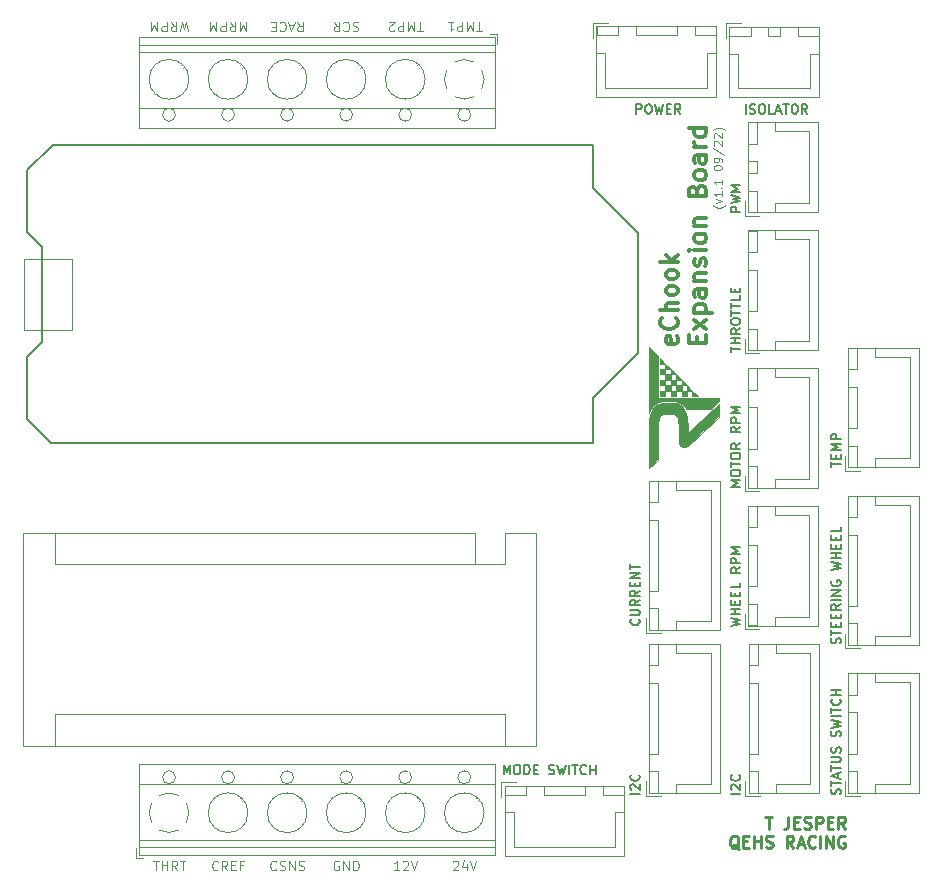
<source format=gbr>
%TF.GenerationSoftware,KiCad,Pcbnew,(6.0.4)*%
%TF.CreationDate,2022-09-17T14:54:46+01:00*%
%TF.ProjectId,eChook Wireless Board,6543686f-6f6b-4205-9769-72656c657373,rev?*%
%TF.SameCoordinates,Original*%
%TF.FileFunction,Legend,Top*%
%TF.FilePolarity,Positive*%
%FSLAX46Y46*%
G04 Gerber Fmt 4.6, Leading zero omitted, Abs format (unit mm)*
G04 Created by KiCad (PCBNEW (6.0.4)) date 2022-09-17 14:54:46*
%MOMM*%
%LPD*%
G01*
G04 APERTURE LIST*
%ADD10C,0.200000*%
%ADD11C,0.020000*%
%ADD12C,0.100000*%
%ADD13C,0.300000*%
%ADD14C,0.250000*%
%ADD15C,0.120000*%
%ADD16C,0.152400*%
G04 APERTURE END LIST*
D10*
X157820476Y-127561904D02*
X157820476Y-126761904D01*
X158087142Y-127333333D01*
X158353809Y-126761904D01*
X158353809Y-127561904D01*
X158887142Y-126761904D02*
X159039523Y-126761904D01*
X159115714Y-126800000D01*
X159191904Y-126876190D01*
X159230000Y-127028571D01*
X159230000Y-127295238D01*
X159191904Y-127447619D01*
X159115714Y-127523809D01*
X159039523Y-127561904D01*
X158887142Y-127561904D01*
X158810952Y-127523809D01*
X158734761Y-127447619D01*
X158696666Y-127295238D01*
X158696666Y-127028571D01*
X158734761Y-126876190D01*
X158810952Y-126800000D01*
X158887142Y-126761904D01*
X159572857Y-127561904D02*
X159572857Y-126761904D01*
X159763333Y-126761904D01*
X159877619Y-126800000D01*
X159953809Y-126876190D01*
X159991904Y-126952380D01*
X160030000Y-127104761D01*
X160030000Y-127219047D01*
X159991904Y-127371428D01*
X159953809Y-127447619D01*
X159877619Y-127523809D01*
X159763333Y-127561904D01*
X159572857Y-127561904D01*
X160372857Y-127142857D02*
X160639523Y-127142857D01*
X160753809Y-127561904D02*
X160372857Y-127561904D01*
X160372857Y-126761904D01*
X160753809Y-126761904D01*
X161668095Y-127523809D02*
X161782380Y-127561904D01*
X161972857Y-127561904D01*
X162049047Y-127523809D01*
X162087142Y-127485714D01*
X162125238Y-127409523D01*
X162125238Y-127333333D01*
X162087142Y-127257142D01*
X162049047Y-127219047D01*
X161972857Y-127180952D01*
X161820476Y-127142857D01*
X161744285Y-127104761D01*
X161706190Y-127066666D01*
X161668095Y-126990476D01*
X161668095Y-126914285D01*
X161706190Y-126838095D01*
X161744285Y-126800000D01*
X161820476Y-126761904D01*
X162010952Y-126761904D01*
X162125238Y-126800000D01*
X162391904Y-126761904D02*
X162582380Y-127561904D01*
X162734761Y-126990476D01*
X162887142Y-127561904D01*
X163077619Y-126761904D01*
X163382380Y-127561904D02*
X163382380Y-126761904D01*
X163649047Y-126761904D02*
X164106190Y-126761904D01*
X163877619Y-127561904D02*
X163877619Y-126761904D01*
X164830000Y-127485714D02*
X164791904Y-127523809D01*
X164677619Y-127561904D01*
X164601428Y-127561904D01*
X164487142Y-127523809D01*
X164410952Y-127447619D01*
X164372857Y-127371428D01*
X164334761Y-127219047D01*
X164334761Y-127104761D01*
X164372857Y-126952380D01*
X164410952Y-126876190D01*
X164487142Y-126800000D01*
X164601428Y-126761904D01*
X164677619Y-126761904D01*
X164791904Y-126800000D01*
X164830000Y-126838095D01*
X165172857Y-127561904D02*
X165172857Y-126761904D01*
X165172857Y-127142857D02*
X165630000Y-127142857D01*
X165630000Y-127561904D02*
X165630000Y-126761904D01*
X169285714Y-114422380D02*
X169323809Y-114460476D01*
X169361904Y-114574761D01*
X169361904Y-114650952D01*
X169323809Y-114765238D01*
X169247619Y-114841428D01*
X169171428Y-114879523D01*
X169019047Y-114917619D01*
X168904761Y-114917619D01*
X168752380Y-114879523D01*
X168676190Y-114841428D01*
X168600000Y-114765238D01*
X168561904Y-114650952D01*
X168561904Y-114574761D01*
X168600000Y-114460476D01*
X168638095Y-114422380D01*
X168561904Y-114079523D02*
X169209523Y-114079523D01*
X169285714Y-114041428D01*
X169323809Y-114003333D01*
X169361904Y-113927142D01*
X169361904Y-113774761D01*
X169323809Y-113698571D01*
X169285714Y-113660476D01*
X169209523Y-113622380D01*
X168561904Y-113622380D01*
X169361904Y-112784285D02*
X168980952Y-113050952D01*
X169361904Y-113241428D02*
X168561904Y-113241428D01*
X168561904Y-112936666D01*
X168600000Y-112860476D01*
X168638095Y-112822380D01*
X168714285Y-112784285D01*
X168828571Y-112784285D01*
X168904761Y-112822380D01*
X168942857Y-112860476D01*
X168980952Y-112936666D01*
X168980952Y-113241428D01*
X169361904Y-111984285D02*
X168980952Y-112250952D01*
X169361904Y-112441428D02*
X168561904Y-112441428D01*
X168561904Y-112136666D01*
X168600000Y-112060476D01*
X168638095Y-112022380D01*
X168714285Y-111984285D01*
X168828571Y-111984285D01*
X168904761Y-112022380D01*
X168942857Y-112060476D01*
X168980952Y-112136666D01*
X168980952Y-112441428D01*
X168942857Y-111641428D02*
X168942857Y-111374761D01*
X169361904Y-111260476D02*
X169361904Y-111641428D01*
X168561904Y-111641428D01*
X168561904Y-111260476D01*
X169361904Y-110917619D02*
X168561904Y-110917619D01*
X169361904Y-110460476D01*
X168561904Y-110460476D01*
X168561904Y-110193809D02*
X168561904Y-109736666D01*
X169361904Y-109965238D02*
X168561904Y-109965238D01*
D11*
G36*
X170915997Y-92160484D02*
G01*
X170916526Y-92295421D01*
X170916526Y-95674151D01*
X176077753Y-95674151D01*
X176077753Y-95955932D01*
X175970332Y-96054886D01*
X175391159Y-96587228D01*
X173261528Y-96587228D01*
X173258497Y-96581517D01*
X173255538Y-96575718D01*
X173249721Y-96564010D01*
X173246808Y-96558175D01*
X173243855Y-96552402D01*
X173240833Y-96546728D01*
X173237716Y-96541190D01*
X173189985Y-96465032D01*
X173137195Y-96393725D01*
X173079362Y-96327279D01*
X173016507Y-96265701D01*
X172948648Y-96209001D01*
X172875803Y-96157186D01*
X172797991Y-96110265D01*
X172715230Y-96068248D01*
X172627539Y-96031141D01*
X172534937Y-95998955D01*
X172437442Y-95971696D01*
X172335073Y-95949375D01*
X172227849Y-95931999D01*
X172115787Y-95919577D01*
X171998908Y-95912118D01*
X171877228Y-95909630D01*
X171662916Y-95909630D01*
X171602369Y-95910308D01*
X171542976Y-95912344D01*
X171484748Y-95915734D01*
X171427697Y-95920478D01*
X171371835Y-95926573D01*
X171317174Y-95934019D01*
X171263726Y-95942814D01*
X171211503Y-95952955D01*
X171160518Y-95964443D01*
X171110781Y-95977274D01*
X171062306Y-95991448D01*
X171015104Y-96006963D01*
X170969187Y-96023818D01*
X170924568Y-96042010D01*
X170881257Y-96061539D01*
X170839268Y-96082403D01*
X170798003Y-96104654D01*
X170757758Y-96128046D01*
X170718538Y-96152572D01*
X170680352Y-96178223D01*
X170643209Y-96204994D01*
X170607115Y-96232877D01*
X170572078Y-96261866D01*
X170538106Y-96291953D01*
X170505207Y-96323131D01*
X170473388Y-96355394D01*
X170442658Y-96388734D01*
X170413024Y-96423145D01*
X170384494Y-96458619D01*
X170357075Y-96495150D01*
X170330776Y-96532730D01*
X170305603Y-96571353D01*
X170278387Y-96616453D01*
X170252476Y-96662824D01*
X170227836Y-96710423D01*
X170204433Y-96759207D01*
X170182234Y-96809131D01*
X170161203Y-96860153D01*
X170141307Y-96912230D01*
X170122512Y-96965317D01*
X170122512Y-94186133D01*
X170122247Y-91565965D01*
X170122247Y-91366734D01*
X170915997Y-92160484D01*
G37*
X170915997Y-92160484D02*
X170916526Y-92295421D01*
X170916526Y-95674151D01*
X176077753Y-95674151D01*
X176077753Y-95955932D01*
X175970332Y-96054886D01*
X175391159Y-96587228D01*
X173261528Y-96587228D01*
X173258497Y-96581517D01*
X173255538Y-96575718D01*
X173249721Y-96564010D01*
X173246808Y-96558175D01*
X173243855Y-96552402D01*
X173240833Y-96546728D01*
X173237716Y-96541190D01*
X173189985Y-96465032D01*
X173137195Y-96393725D01*
X173079362Y-96327279D01*
X173016507Y-96265701D01*
X172948648Y-96209001D01*
X172875803Y-96157186D01*
X172797991Y-96110265D01*
X172715230Y-96068248D01*
X172627539Y-96031141D01*
X172534937Y-95998955D01*
X172437442Y-95971696D01*
X172335073Y-95949375D01*
X172227849Y-95931999D01*
X172115787Y-95919577D01*
X171998908Y-95912118D01*
X171877228Y-95909630D01*
X171662916Y-95909630D01*
X171602369Y-95910308D01*
X171542976Y-95912344D01*
X171484748Y-95915734D01*
X171427697Y-95920478D01*
X171371835Y-95926573D01*
X171317174Y-95934019D01*
X171263726Y-95942814D01*
X171211503Y-95952955D01*
X171160518Y-95964443D01*
X171110781Y-95977274D01*
X171062306Y-95991448D01*
X171015104Y-96006963D01*
X170969187Y-96023818D01*
X170924568Y-96042010D01*
X170881257Y-96061539D01*
X170839268Y-96082403D01*
X170798003Y-96104654D01*
X170757758Y-96128046D01*
X170718538Y-96152572D01*
X170680352Y-96178223D01*
X170643209Y-96204994D01*
X170607115Y-96232877D01*
X170572078Y-96261866D01*
X170538106Y-96291953D01*
X170505207Y-96323131D01*
X170473388Y-96355394D01*
X170442658Y-96388734D01*
X170413024Y-96423145D01*
X170384494Y-96458619D01*
X170357075Y-96495150D01*
X170330776Y-96532730D01*
X170305603Y-96571353D01*
X170278387Y-96616453D01*
X170252476Y-96662824D01*
X170227836Y-96710423D01*
X170204433Y-96759207D01*
X170182234Y-96809131D01*
X170161203Y-96860153D01*
X170141307Y-96912230D01*
X170122512Y-96965317D01*
X170122512Y-94186133D01*
X170122247Y-91565965D01*
X170122247Y-91366734D01*
X170915997Y-92160484D01*
G36*
X172901166Y-94145124D02*
G01*
X172444759Y-94145124D01*
X172444759Y-93688718D01*
X172901166Y-94145124D01*
G37*
X172901166Y-94145124D02*
X172444759Y-94145124D01*
X172444759Y-93688718D01*
X172901166Y-94145124D01*
G36*
X171988357Y-96070538D02*
G01*
X172094632Y-96077011D01*
X172196318Y-96087799D01*
X172245439Y-96094810D01*
X172293413Y-96102900D01*
X172340240Y-96112068D01*
X172385919Y-96122314D01*
X172430450Y-96133639D01*
X172473833Y-96146041D01*
X172516068Y-96159521D01*
X172557156Y-96174078D01*
X172597096Y-96189714D01*
X172635888Y-96206427D01*
X172673531Y-96224217D01*
X172710027Y-96243085D01*
X172745375Y-96263030D01*
X172779574Y-96284052D01*
X172812626Y-96306151D01*
X172844529Y-96329327D01*
X172875284Y-96353580D01*
X172904890Y-96378910D01*
X172933348Y-96405317D01*
X172960658Y-96432800D01*
X172986819Y-96461359D01*
X173011832Y-96490995D01*
X173035696Y-96521707D01*
X173058412Y-96553496D01*
X173079979Y-96586360D01*
X173100397Y-96620301D01*
X173138844Y-96691025D01*
X173174811Y-96765186D01*
X173208297Y-96842784D01*
X173239303Y-96923819D01*
X173267828Y-97008293D01*
X173293873Y-97096207D01*
X173317438Y-97187560D01*
X173338522Y-97282355D01*
X173357125Y-97380591D01*
X173373248Y-97482269D01*
X173386891Y-97587391D01*
X173398053Y-97695956D01*
X173406735Y-97807967D01*
X173412936Y-97923422D01*
X173416656Y-98042325D01*
X173417897Y-98164674D01*
X173417897Y-98617376D01*
X175625580Y-96587228D01*
X176077488Y-96171567D01*
X176077488Y-97299221D01*
X173528493Y-99633640D01*
X173512494Y-99648228D01*
X173496247Y-99662227D01*
X173479752Y-99675637D01*
X173463008Y-99688458D01*
X173446017Y-99700690D01*
X173428778Y-99712333D01*
X173411291Y-99723386D01*
X173393555Y-99733851D01*
X173375572Y-99743726D01*
X173357340Y-99753012D01*
X173338861Y-99761710D01*
X173320133Y-99769818D01*
X173301158Y-99777337D01*
X173281934Y-99784266D01*
X173262463Y-99790607D01*
X173242743Y-99796359D01*
X173222948Y-99801537D01*
X173203351Y-99806057D01*
X173183949Y-99809921D01*
X173164740Y-99813127D01*
X173145724Y-99815675D01*
X173126899Y-99817567D01*
X173108262Y-99818801D01*
X173089814Y-99819377D01*
X173071551Y-99819297D01*
X173053473Y-99818559D01*
X173035577Y-99817164D01*
X173017863Y-99815111D01*
X173000329Y-99812401D01*
X172982974Y-99809034D01*
X172965795Y-99805009D01*
X172948791Y-99800327D01*
X172933099Y-99795010D01*
X172917675Y-99788979D01*
X172902520Y-99782236D01*
X172887635Y-99774779D01*
X172873021Y-99766609D01*
X172858680Y-99757725D01*
X172844612Y-99748129D01*
X172830820Y-99737820D01*
X172817303Y-99726797D01*
X172804063Y-99715061D01*
X172791102Y-99702613D01*
X172778420Y-99689451D01*
X172766018Y-99675576D01*
X172753899Y-99660987D01*
X172742062Y-99645686D01*
X172730509Y-99629671D01*
X172719456Y-99612990D01*
X172709115Y-99595788D01*
X172699488Y-99578063D01*
X172690574Y-99559817D01*
X172682373Y-99541049D01*
X172674885Y-99521757D01*
X172668110Y-99501942D01*
X172662049Y-99481604D01*
X172656700Y-99460742D01*
X172652065Y-99439355D01*
X172648142Y-99417443D01*
X172644933Y-99395007D01*
X172642437Y-99372044D01*
X172640655Y-99348556D01*
X172639585Y-99324542D01*
X172639228Y-99300000D01*
X172639228Y-97926284D01*
X172638611Y-97863013D01*
X172636759Y-97802187D01*
X172633670Y-97743806D01*
X172629344Y-97687870D01*
X172623779Y-97634380D01*
X172616974Y-97583337D01*
X172608928Y-97534743D01*
X172599640Y-97488597D01*
X172589109Y-97444901D01*
X172577333Y-97403654D01*
X172564311Y-97364859D01*
X172550043Y-97328516D01*
X172534527Y-97294625D01*
X172517761Y-97263187D01*
X172499745Y-97234204D01*
X172480478Y-97207675D01*
X172459624Y-97183119D01*
X172436650Y-97160149D01*
X172411557Y-97138766D01*
X172384348Y-97118970D01*
X172355022Y-97100759D01*
X172323581Y-97084134D01*
X172290026Y-97069094D01*
X172254359Y-97055639D01*
X172216580Y-97043769D01*
X172176691Y-97033482D01*
X172134692Y-97024779D01*
X172090586Y-97017659D01*
X172044372Y-97012122D01*
X171996053Y-97008168D01*
X171945630Y-97005795D01*
X171893103Y-97005005D01*
X171646776Y-97005005D01*
X171594283Y-97005795D01*
X171543961Y-97008168D01*
X171495809Y-97012122D01*
X171449827Y-97017659D01*
X171406016Y-97024779D01*
X171364375Y-97033482D01*
X171324904Y-97043769D01*
X171287604Y-97055639D01*
X171252475Y-97069094D01*
X171219515Y-97084134D01*
X171203850Y-97092249D01*
X171188727Y-97100759D01*
X171174146Y-97109666D01*
X171160108Y-97118970D01*
X171146613Y-97128670D01*
X171133660Y-97138766D01*
X171121250Y-97149259D01*
X171109383Y-97160149D01*
X171098058Y-97171436D01*
X171087275Y-97183119D01*
X171077036Y-97195199D01*
X171067339Y-97207675D01*
X171049120Y-97234204D01*
X171032068Y-97263187D01*
X171016184Y-97294625D01*
X171001470Y-97328516D01*
X170987926Y-97364859D01*
X170975554Y-97403654D01*
X170964354Y-97444901D01*
X170954328Y-97488597D01*
X170945478Y-97534743D01*
X170937804Y-97583337D01*
X170931307Y-97634380D01*
X170925989Y-97687870D01*
X170921851Y-97743806D01*
X170918893Y-97802187D01*
X170917118Y-97863013D01*
X170916526Y-97926284D01*
X170916526Y-100908932D01*
X170122247Y-101637065D01*
X170123041Y-101332794D01*
X170123041Y-98124986D01*
X170124157Y-98016775D01*
X170127506Y-97910422D01*
X170133087Y-97805922D01*
X170140900Y-97703274D01*
X170150946Y-97602473D01*
X170163224Y-97503517D01*
X170177735Y-97406403D01*
X170194478Y-97311128D01*
X170203811Y-97264384D01*
X170213950Y-97218409D01*
X170224895Y-97173205D01*
X170236646Y-97128772D01*
X170249203Y-97085112D01*
X170262567Y-97042224D01*
X170276737Y-97000109D01*
X170291713Y-96958769D01*
X170307495Y-96918205D01*
X170324083Y-96878416D01*
X170341477Y-96839403D01*
X170359677Y-96801169D01*
X170378684Y-96763712D01*
X170398497Y-96727035D01*
X170419116Y-96691137D01*
X170440541Y-96656020D01*
X170462849Y-96621817D01*
X170486119Y-96588565D01*
X170510350Y-96556264D01*
X170535543Y-96524915D01*
X170561696Y-96494519D01*
X170588811Y-96465078D01*
X170616886Y-96436593D01*
X170645923Y-96409064D01*
X170675922Y-96382494D01*
X170706881Y-96356883D01*
X170738801Y-96332232D01*
X170771683Y-96308543D01*
X170805526Y-96285817D01*
X170840330Y-96264054D01*
X170876095Y-96243257D01*
X170912822Y-96223426D01*
X170950634Y-96204636D01*
X170989655Y-96187062D01*
X171029886Y-96170702D01*
X171071328Y-96155556D01*
X171113980Y-96141625D01*
X171157844Y-96128906D01*
X171202919Y-96117401D01*
X171249206Y-96107109D01*
X171296706Y-96098028D01*
X171345418Y-96090160D01*
X171395344Y-96083504D01*
X171446482Y-96078058D01*
X171498835Y-96073824D01*
X171552402Y-96070799D01*
X171607184Y-96068985D01*
X171663180Y-96068380D01*
X171877493Y-96068380D01*
X171988357Y-96070538D01*
G37*
X171988357Y-96070538D02*
X172094632Y-96077011D01*
X172196318Y-96087799D01*
X172245439Y-96094810D01*
X172293413Y-96102900D01*
X172340240Y-96112068D01*
X172385919Y-96122314D01*
X172430450Y-96133639D01*
X172473833Y-96146041D01*
X172516068Y-96159521D01*
X172557156Y-96174078D01*
X172597096Y-96189714D01*
X172635888Y-96206427D01*
X172673531Y-96224217D01*
X172710027Y-96243085D01*
X172745375Y-96263030D01*
X172779574Y-96284052D01*
X172812626Y-96306151D01*
X172844529Y-96329327D01*
X172875284Y-96353580D01*
X172904890Y-96378910D01*
X172933348Y-96405317D01*
X172960658Y-96432800D01*
X172986819Y-96461359D01*
X173011832Y-96490995D01*
X173035696Y-96521707D01*
X173058412Y-96553496D01*
X173079979Y-96586360D01*
X173100397Y-96620301D01*
X173138844Y-96691025D01*
X173174811Y-96765186D01*
X173208297Y-96842784D01*
X173239303Y-96923819D01*
X173267828Y-97008293D01*
X173293873Y-97096207D01*
X173317438Y-97187560D01*
X173338522Y-97282355D01*
X173357125Y-97380591D01*
X173373248Y-97482269D01*
X173386891Y-97587391D01*
X173398053Y-97695956D01*
X173406735Y-97807967D01*
X173412936Y-97923422D01*
X173416656Y-98042325D01*
X173417897Y-98164674D01*
X173417897Y-98617376D01*
X175625580Y-96587228D01*
X176077488Y-96171567D01*
X176077488Y-97299221D01*
X173528493Y-99633640D01*
X173512494Y-99648228D01*
X173496247Y-99662227D01*
X173479752Y-99675637D01*
X173463008Y-99688458D01*
X173446017Y-99700690D01*
X173428778Y-99712333D01*
X173411291Y-99723386D01*
X173393555Y-99733851D01*
X173375572Y-99743726D01*
X173357340Y-99753012D01*
X173338861Y-99761710D01*
X173320133Y-99769818D01*
X173301158Y-99777337D01*
X173281934Y-99784266D01*
X173262463Y-99790607D01*
X173242743Y-99796359D01*
X173222948Y-99801537D01*
X173203351Y-99806057D01*
X173183949Y-99809921D01*
X173164740Y-99813127D01*
X173145724Y-99815675D01*
X173126899Y-99817567D01*
X173108262Y-99818801D01*
X173089814Y-99819377D01*
X173071551Y-99819297D01*
X173053473Y-99818559D01*
X173035577Y-99817164D01*
X173017863Y-99815111D01*
X173000329Y-99812401D01*
X172982974Y-99809034D01*
X172965795Y-99805009D01*
X172948791Y-99800327D01*
X172933099Y-99795010D01*
X172917675Y-99788979D01*
X172902520Y-99782236D01*
X172887635Y-99774779D01*
X172873021Y-99766609D01*
X172858680Y-99757725D01*
X172844612Y-99748129D01*
X172830820Y-99737820D01*
X172817303Y-99726797D01*
X172804063Y-99715061D01*
X172791102Y-99702613D01*
X172778420Y-99689451D01*
X172766018Y-99675576D01*
X172753899Y-99660987D01*
X172742062Y-99645686D01*
X172730509Y-99629671D01*
X172719456Y-99612990D01*
X172709115Y-99595788D01*
X172699488Y-99578063D01*
X172690574Y-99559817D01*
X172682373Y-99541049D01*
X172674885Y-99521757D01*
X172668110Y-99501942D01*
X172662049Y-99481604D01*
X172656700Y-99460742D01*
X172652065Y-99439355D01*
X172648142Y-99417443D01*
X172644933Y-99395007D01*
X172642437Y-99372044D01*
X172640655Y-99348556D01*
X172639585Y-99324542D01*
X172639228Y-99300000D01*
X172639228Y-97926284D01*
X172638611Y-97863013D01*
X172636759Y-97802187D01*
X172633670Y-97743806D01*
X172629344Y-97687870D01*
X172623779Y-97634380D01*
X172616974Y-97583337D01*
X172608928Y-97534743D01*
X172599640Y-97488597D01*
X172589109Y-97444901D01*
X172577333Y-97403654D01*
X172564311Y-97364859D01*
X172550043Y-97328516D01*
X172534527Y-97294625D01*
X172517761Y-97263187D01*
X172499745Y-97234204D01*
X172480478Y-97207675D01*
X172459624Y-97183119D01*
X172436650Y-97160149D01*
X172411557Y-97138766D01*
X172384348Y-97118970D01*
X172355022Y-97100759D01*
X172323581Y-97084134D01*
X172290026Y-97069094D01*
X172254359Y-97055639D01*
X172216580Y-97043769D01*
X172176691Y-97033482D01*
X172134692Y-97024779D01*
X172090586Y-97017659D01*
X172044372Y-97012122D01*
X171996053Y-97008168D01*
X171945630Y-97005795D01*
X171893103Y-97005005D01*
X171646776Y-97005005D01*
X171594283Y-97005795D01*
X171543961Y-97008168D01*
X171495809Y-97012122D01*
X171449827Y-97017659D01*
X171406016Y-97024779D01*
X171364375Y-97033482D01*
X171324904Y-97043769D01*
X171287604Y-97055639D01*
X171252475Y-97069094D01*
X171219515Y-97084134D01*
X171203850Y-97092249D01*
X171188727Y-97100759D01*
X171174146Y-97109666D01*
X171160108Y-97118970D01*
X171146613Y-97128670D01*
X171133660Y-97138766D01*
X171121250Y-97149259D01*
X171109383Y-97160149D01*
X171098058Y-97171436D01*
X171087275Y-97183119D01*
X171077036Y-97195199D01*
X171067339Y-97207675D01*
X171049120Y-97234204D01*
X171032068Y-97263187D01*
X171016184Y-97294625D01*
X171001470Y-97328516D01*
X170987926Y-97364859D01*
X170975554Y-97403654D01*
X170964354Y-97444901D01*
X170954328Y-97488597D01*
X170945478Y-97534743D01*
X170937804Y-97583337D01*
X170931307Y-97634380D01*
X170925989Y-97687870D01*
X170921851Y-97743806D01*
X170918893Y-97802187D01*
X170917118Y-97863013D01*
X170916526Y-97926284D01*
X170916526Y-100908932D01*
X170122247Y-101637065D01*
X170123041Y-101332794D01*
X170123041Y-98124986D01*
X170124157Y-98016775D01*
X170127506Y-97910422D01*
X170133087Y-97805922D01*
X170140900Y-97703274D01*
X170150946Y-97602473D01*
X170163224Y-97503517D01*
X170177735Y-97406403D01*
X170194478Y-97311128D01*
X170203811Y-97264384D01*
X170213950Y-97218409D01*
X170224895Y-97173205D01*
X170236646Y-97128772D01*
X170249203Y-97085112D01*
X170262567Y-97042224D01*
X170276737Y-97000109D01*
X170291713Y-96958769D01*
X170307495Y-96918205D01*
X170324083Y-96878416D01*
X170341477Y-96839403D01*
X170359677Y-96801169D01*
X170378684Y-96763712D01*
X170398497Y-96727035D01*
X170419116Y-96691137D01*
X170440541Y-96656020D01*
X170462849Y-96621817D01*
X170486119Y-96588565D01*
X170510350Y-96556264D01*
X170535543Y-96524915D01*
X170561696Y-96494519D01*
X170588811Y-96465078D01*
X170616886Y-96436593D01*
X170645923Y-96409064D01*
X170675922Y-96382494D01*
X170706881Y-96356883D01*
X170738801Y-96332232D01*
X170771683Y-96308543D01*
X170805526Y-96285817D01*
X170840330Y-96264054D01*
X170876095Y-96243257D01*
X170912822Y-96223426D01*
X170950634Y-96204636D01*
X170989655Y-96187062D01*
X171029886Y-96170702D01*
X171071328Y-96155556D01*
X171113980Y-96141625D01*
X171157844Y-96128906D01*
X171202919Y-96117401D01*
X171249206Y-96107109D01*
X171296706Y-96098028D01*
X171345418Y-96090160D01*
X171395344Y-96083504D01*
X171446482Y-96078058D01*
X171498835Y-96073824D01*
X171552402Y-96070799D01*
X171607184Y-96068985D01*
X171663180Y-96068380D01*
X171877493Y-96068380D01*
X171988357Y-96070538D01*
G36*
X172444759Y-94601795D02*
G01*
X171988088Y-94601795D01*
X171988088Y-94145124D01*
X172444759Y-94145124D01*
X172444759Y-94601795D01*
G37*
X172444759Y-94601795D02*
X171988088Y-94601795D01*
X171988088Y-94145124D01*
X172444759Y-94145124D01*
X172444759Y-94601795D01*
G36*
X171531418Y-92775376D02*
G01*
X171075012Y-92775376D01*
X171075012Y-92318970D01*
X171531418Y-92775376D01*
G37*
X171531418Y-92775376D02*
X171075012Y-92775376D01*
X171075012Y-92318970D01*
X171531418Y-92775376D01*
G36*
X171988088Y-94601795D02*
G01*
X171988088Y-95058201D01*
X172444759Y-95058201D01*
X172444759Y-94601795D01*
X172901166Y-94601795D01*
X172901166Y-94145124D01*
X173814507Y-95058465D01*
X173357837Y-95058465D01*
X173357837Y-95514871D01*
X172901166Y-95514871D01*
X172901166Y-95058465D01*
X172901430Y-95058465D01*
X172901430Y-95058201D01*
X173357837Y-95058201D01*
X173357837Y-94601795D01*
X172901430Y-94601795D01*
X172901430Y-95058201D01*
X172901166Y-95058201D01*
X172901166Y-95058465D01*
X172444759Y-95058465D01*
X172444759Y-95514871D01*
X171988088Y-95514871D01*
X171988088Y-95058465D01*
X171531682Y-95058465D01*
X171531682Y-95058201D01*
X171531418Y-95058201D01*
X171531418Y-94601795D01*
X171075012Y-94601795D01*
X171075012Y-94145124D01*
X171531418Y-94145124D01*
X171531418Y-93688718D01*
X171531682Y-93688718D01*
X171531682Y-93688453D01*
X171988088Y-93688453D01*
X171988088Y-93232046D01*
X171531682Y-93232046D01*
X171531682Y-93688453D01*
X171531418Y-93688453D01*
X171531418Y-93688718D01*
X171075012Y-93688718D01*
X171075012Y-93232046D01*
X171531418Y-93232046D01*
X171531418Y-92775376D01*
X171988088Y-93232046D01*
X172444759Y-93688718D01*
X171988088Y-93688718D01*
X171988088Y-94145124D01*
X171531682Y-94145124D01*
X171531682Y-94601795D01*
X171988088Y-94601795D01*
G37*
X171988088Y-94601795D02*
X171988088Y-95058201D01*
X172444759Y-95058201D01*
X172444759Y-94601795D01*
X172901166Y-94601795D01*
X172901166Y-94145124D01*
X173814507Y-95058465D01*
X173357837Y-95058465D01*
X173357837Y-95514871D01*
X172901166Y-95514871D01*
X172901166Y-95058465D01*
X172901430Y-95058465D01*
X172901430Y-95058201D01*
X173357837Y-95058201D01*
X173357837Y-94601795D01*
X172901430Y-94601795D01*
X172901430Y-95058201D01*
X172901166Y-95058201D01*
X172901166Y-95058465D01*
X172444759Y-95058465D01*
X172444759Y-95514871D01*
X171988088Y-95514871D01*
X171988088Y-95058465D01*
X171531682Y-95058465D01*
X171531682Y-95058201D01*
X171531418Y-95058201D01*
X171531418Y-94601795D01*
X171075012Y-94601795D01*
X171075012Y-94145124D01*
X171531418Y-94145124D01*
X171531418Y-93688718D01*
X171531682Y-93688718D01*
X171531682Y-93688453D01*
X171988088Y-93688453D01*
X171988088Y-93232046D01*
X171531682Y-93232046D01*
X171531682Y-93688453D01*
X171531418Y-93688453D01*
X171531418Y-93688718D01*
X171075012Y-93688718D01*
X171075012Y-93232046D01*
X171531418Y-93232046D01*
X171531418Y-92775376D01*
X171988088Y-93232046D01*
X172444759Y-93688718D01*
X171988088Y-93688718D01*
X171988088Y-94145124D01*
X171531682Y-94145124D01*
X171531682Y-94601795D01*
X171988088Y-94601795D01*
G36*
X174270913Y-95514871D02*
G01*
X173814507Y-95514871D01*
X173814507Y-95058465D01*
X174270913Y-95514871D01*
G37*
X174270913Y-95514871D02*
X173814507Y-95514871D01*
X173814507Y-95058465D01*
X174270913Y-95514871D01*
G36*
X171531418Y-95058465D02*
G01*
X171531682Y-95058465D01*
X171531682Y-95514871D01*
X171075012Y-95514871D01*
X171075012Y-95058201D01*
X171531418Y-95058201D01*
X171531418Y-95058465D01*
G37*
X171531418Y-95058465D02*
X171531682Y-95058465D01*
X171531682Y-95514871D01*
X171075012Y-95514871D01*
X171075012Y-95058201D01*
X171531418Y-95058201D01*
X171531418Y-95058465D01*
D12*
X128177002Y-134861904D02*
X128634144Y-134861904D01*
X128405573Y-135661904D02*
X128405573Y-134861904D01*
X128900811Y-135661904D02*
X128900811Y-134861904D01*
X128900811Y-135242857D02*
X129357954Y-135242857D01*
X129357954Y-135661904D02*
X129357954Y-134861904D01*
X130196049Y-135661904D02*
X129929383Y-135280952D01*
X129738906Y-135661904D02*
X129738906Y-134861904D01*
X130043668Y-134861904D01*
X130119859Y-134900000D01*
X130157954Y-134938095D01*
X130196049Y-135014285D01*
X130196049Y-135128571D01*
X130157954Y-135204761D01*
X130119859Y-135242857D01*
X130043668Y-135280952D01*
X129738906Y-135280952D01*
X130424621Y-134861904D02*
X130881763Y-134861904D01*
X130653192Y-135661904D02*
X130653192Y-134861904D01*
D10*
X185561904Y-101543809D02*
X185561904Y-101086666D01*
X186361904Y-101315238D02*
X185561904Y-101315238D01*
X185942857Y-100820000D02*
X185942857Y-100553333D01*
X186361904Y-100439047D02*
X186361904Y-100820000D01*
X185561904Y-100820000D01*
X185561904Y-100439047D01*
X186361904Y-100096190D02*
X185561904Y-100096190D01*
X186133333Y-99829523D01*
X185561904Y-99562857D01*
X186361904Y-99562857D01*
X186361904Y-99181904D02*
X185561904Y-99181904D01*
X185561904Y-98877142D01*
X185600000Y-98800952D01*
X185638095Y-98762857D01*
X185714285Y-98724761D01*
X185828571Y-98724761D01*
X185904761Y-98762857D01*
X185942857Y-98800952D01*
X185980952Y-98877142D01*
X185980952Y-99181904D01*
X169070476Y-71611904D02*
X169070476Y-70811904D01*
X169375238Y-70811904D01*
X169451428Y-70850000D01*
X169489523Y-70888095D01*
X169527619Y-70964285D01*
X169527619Y-71078571D01*
X169489523Y-71154761D01*
X169451428Y-71192857D01*
X169375238Y-71230952D01*
X169070476Y-71230952D01*
X170022857Y-70811904D02*
X170175238Y-70811904D01*
X170251428Y-70850000D01*
X170327619Y-70926190D01*
X170365714Y-71078571D01*
X170365714Y-71345238D01*
X170327619Y-71497619D01*
X170251428Y-71573809D01*
X170175238Y-71611904D01*
X170022857Y-71611904D01*
X169946666Y-71573809D01*
X169870476Y-71497619D01*
X169832380Y-71345238D01*
X169832380Y-71078571D01*
X169870476Y-70926190D01*
X169946666Y-70850000D01*
X170022857Y-70811904D01*
X170632380Y-70811904D02*
X170822857Y-71611904D01*
X170975238Y-71040476D01*
X171127619Y-71611904D01*
X171318095Y-70811904D01*
X171622857Y-71192857D02*
X171889523Y-71192857D01*
X172003809Y-71611904D02*
X171622857Y-71611904D01*
X171622857Y-70811904D01*
X172003809Y-70811904D01*
X172803809Y-71611904D02*
X172537142Y-71230952D01*
X172346666Y-71611904D02*
X172346666Y-70811904D01*
X172651428Y-70811904D01*
X172727619Y-70850000D01*
X172765714Y-70888095D01*
X172803809Y-70964285D01*
X172803809Y-71078571D01*
X172765714Y-71154761D01*
X172727619Y-71192857D01*
X172651428Y-71230952D01*
X172346666Y-71230952D01*
X186323809Y-116467619D02*
X186361904Y-116353333D01*
X186361904Y-116162857D01*
X186323809Y-116086666D01*
X186285714Y-116048571D01*
X186209523Y-116010476D01*
X186133333Y-116010476D01*
X186057142Y-116048571D01*
X186019047Y-116086666D01*
X185980952Y-116162857D01*
X185942857Y-116315238D01*
X185904761Y-116391428D01*
X185866666Y-116429523D01*
X185790476Y-116467619D01*
X185714285Y-116467619D01*
X185638095Y-116429523D01*
X185600000Y-116391428D01*
X185561904Y-116315238D01*
X185561904Y-116124761D01*
X185600000Y-116010476D01*
X185561904Y-115781904D02*
X185561904Y-115324761D01*
X186361904Y-115553333D02*
X185561904Y-115553333D01*
X185942857Y-115058095D02*
X185942857Y-114791428D01*
X186361904Y-114677142D02*
X186361904Y-115058095D01*
X185561904Y-115058095D01*
X185561904Y-114677142D01*
X185942857Y-114334285D02*
X185942857Y-114067619D01*
X186361904Y-113953333D02*
X186361904Y-114334285D01*
X185561904Y-114334285D01*
X185561904Y-113953333D01*
X186361904Y-113153333D02*
X185980952Y-113420000D01*
X186361904Y-113610476D02*
X185561904Y-113610476D01*
X185561904Y-113305714D01*
X185600000Y-113229523D01*
X185638095Y-113191428D01*
X185714285Y-113153333D01*
X185828571Y-113153333D01*
X185904761Y-113191428D01*
X185942857Y-113229523D01*
X185980952Y-113305714D01*
X185980952Y-113610476D01*
X186361904Y-112810476D02*
X185561904Y-112810476D01*
X186361904Y-112429523D02*
X185561904Y-112429523D01*
X186361904Y-111972380D01*
X185561904Y-111972380D01*
X185600000Y-111172380D02*
X185561904Y-111248571D01*
X185561904Y-111362857D01*
X185600000Y-111477142D01*
X185676190Y-111553333D01*
X185752380Y-111591428D01*
X185904761Y-111629523D01*
X186019047Y-111629523D01*
X186171428Y-111591428D01*
X186247619Y-111553333D01*
X186323809Y-111477142D01*
X186361904Y-111362857D01*
X186361904Y-111286666D01*
X186323809Y-111172380D01*
X186285714Y-111134285D01*
X186019047Y-111134285D01*
X186019047Y-111286666D01*
X185561904Y-110258095D02*
X186361904Y-110067619D01*
X185790476Y-109915238D01*
X186361904Y-109762857D01*
X185561904Y-109572380D01*
X186361904Y-109267619D02*
X185561904Y-109267619D01*
X185942857Y-109267619D02*
X185942857Y-108810476D01*
X186361904Y-108810476D02*
X185561904Y-108810476D01*
X185942857Y-108429523D02*
X185942857Y-108162857D01*
X186361904Y-108048571D02*
X186361904Y-108429523D01*
X185561904Y-108429523D01*
X185561904Y-108048571D01*
X185942857Y-107705714D02*
X185942857Y-107439047D01*
X186361904Y-107324761D02*
X186361904Y-107705714D01*
X185561904Y-107705714D01*
X185561904Y-107324761D01*
X186361904Y-106600952D02*
X186361904Y-106981904D01*
X185561904Y-106981904D01*
D12*
X149004761Y-135661904D02*
X148547619Y-135661904D01*
X148776190Y-135661904D02*
X148776190Y-134861904D01*
X148700000Y-134976190D01*
X148623809Y-135052380D01*
X148547619Y-135090476D01*
X149309523Y-134938095D02*
X149347619Y-134900000D01*
X149423809Y-134861904D01*
X149614285Y-134861904D01*
X149690476Y-134900000D01*
X149728571Y-134938095D01*
X149766666Y-135014285D01*
X149766666Y-135090476D01*
X149728571Y-135204761D01*
X149271428Y-135661904D01*
X149766666Y-135661904D01*
X149995238Y-134861904D02*
X150261904Y-135661904D01*
X150528571Y-134861904D01*
X153547619Y-134938095D02*
X153585714Y-134900000D01*
X153661904Y-134861904D01*
X153852380Y-134861904D01*
X153928571Y-134900000D01*
X153966666Y-134938095D01*
X154004761Y-135014285D01*
X154004761Y-135090476D01*
X153966666Y-135204761D01*
X153509523Y-135661904D01*
X154004761Y-135661904D01*
X154690476Y-135128571D02*
X154690476Y-135661904D01*
X154500000Y-134823809D02*
X154309523Y-135395238D01*
X154804761Y-135395238D01*
X154995238Y-134861904D02*
X155261904Y-135661904D01*
X155528571Y-134861904D01*
X143890476Y-134900000D02*
X143814285Y-134861904D01*
X143700000Y-134861904D01*
X143585714Y-134900000D01*
X143509523Y-134976190D01*
X143471428Y-135052380D01*
X143433333Y-135204761D01*
X143433333Y-135319047D01*
X143471428Y-135471428D01*
X143509523Y-135547619D01*
X143585714Y-135623809D01*
X143700000Y-135661904D01*
X143776190Y-135661904D01*
X143890476Y-135623809D01*
X143928571Y-135585714D01*
X143928571Y-135319047D01*
X143776190Y-135319047D01*
X144271428Y-135661904D02*
X144271428Y-134861904D01*
X144728571Y-135661904D01*
X144728571Y-134861904D01*
X145109523Y-135661904D02*
X145109523Y-134861904D01*
X145300000Y-134861904D01*
X145414285Y-134900000D01*
X145490476Y-134976190D01*
X145528571Y-135052380D01*
X145566666Y-135204761D01*
X145566666Y-135319047D01*
X145528571Y-135471428D01*
X145490476Y-135547619D01*
X145414285Y-135623809D01*
X145300000Y-135661904D01*
X145109523Y-135661904D01*
D10*
X186323809Y-129217619D02*
X186361904Y-129103333D01*
X186361904Y-128912857D01*
X186323809Y-128836666D01*
X186285714Y-128798571D01*
X186209523Y-128760476D01*
X186133333Y-128760476D01*
X186057142Y-128798571D01*
X186019047Y-128836666D01*
X185980952Y-128912857D01*
X185942857Y-129065238D01*
X185904761Y-129141428D01*
X185866666Y-129179523D01*
X185790476Y-129217619D01*
X185714285Y-129217619D01*
X185638095Y-129179523D01*
X185600000Y-129141428D01*
X185561904Y-129065238D01*
X185561904Y-128874761D01*
X185600000Y-128760476D01*
X185561904Y-128531904D02*
X185561904Y-128074761D01*
X186361904Y-128303333D02*
X185561904Y-128303333D01*
X186133333Y-127846190D02*
X186133333Y-127465238D01*
X186361904Y-127922380D02*
X185561904Y-127655714D01*
X186361904Y-127389047D01*
X185561904Y-127236666D02*
X185561904Y-126779523D01*
X186361904Y-127008095D02*
X185561904Y-127008095D01*
X185561904Y-126512857D02*
X186209523Y-126512857D01*
X186285714Y-126474761D01*
X186323809Y-126436666D01*
X186361904Y-126360476D01*
X186361904Y-126208095D01*
X186323809Y-126131904D01*
X186285714Y-126093809D01*
X186209523Y-126055714D01*
X185561904Y-126055714D01*
X186323809Y-125712857D02*
X186361904Y-125598571D01*
X186361904Y-125408095D01*
X186323809Y-125331904D01*
X186285714Y-125293809D01*
X186209523Y-125255714D01*
X186133333Y-125255714D01*
X186057142Y-125293809D01*
X186019047Y-125331904D01*
X185980952Y-125408095D01*
X185942857Y-125560476D01*
X185904761Y-125636666D01*
X185866666Y-125674761D01*
X185790476Y-125712857D01*
X185714285Y-125712857D01*
X185638095Y-125674761D01*
X185600000Y-125636666D01*
X185561904Y-125560476D01*
X185561904Y-125370000D01*
X185600000Y-125255714D01*
X186323809Y-124341428D02*
X186361904Y-124227142D01*
X186361904Y-124036666D01*
X186323809Y-123960476D01*
X186285714Y-123922380D01*
X186209523Y-123884285D01*
X186133333Y-123884285D01*
X186057142Y-123922380D01*
X186019047Y-123960476D01*
X185980952Y-124036666D01*
X185942857Y-124189047D01*
X185904761Y-124265238D01*
X185866666Y-124303333D01*
X185790476Y-124341428D01*
X185714285Y-124341428D01*
X185638095Y-124303333D01*
X185600000Y-124265238D01*
X185561904Y-124189047D01*
X185561904Y-123998571D01*
X185600000Y-123884285D01*
X185561904Y-123617619D02*
X186361904Y-123427142D01*
X185790476Y-123274761D01*
X186361904Y-123122380D01*
X185561904Y-122931904D01*
X186361904Y-122627142D02*
X185561904Y-122627142D01*
X185561904Y-122360476D02*
X185561904Y-121903333D01*
X186361904Y-122131904D02*
X185561904Y-122131904D01*
X186285714Y-121179523D02*
X186323809Y-121217619D01*
X186361904Y-121331904D01*
X186361904Y-121408095D01*
X186323809Y-121522380D01*
X186247619Y-121598571D01*
X186171428Y-121636666D01*
X186019047Y-121674761D01*
X185904761Y-121674761D01*
X185752380Y-121636666D01*
X185676190Y-121598571D01*
X185600000Y-121522380D01*
X185561904Y-121408095D01*
X185561904Y-121331904D01*
X185600000Y-121217619D01*
X185638095Y-121179523D01*
X186361904Y-120836666D02*
X185561904Y-120836666D01*
X185942857Y-120836666D02*
X185942857Y-120379523D01*
X186361904Y-120379523D02*
X185561904Y-120379523D01*
D13*
X172499642Y-90476428D02*
X172571071Y-90619285D01*
X172571071Y-90905000D01*
X172499642Y-91047857D01*
X172356785Y-91119285D01*
X171785357Y-91119285D01*
X171642500Y-91047857D01*
X171571071Y-90905000D01*
X171571071Y-90619285D01*
X171642500Y-90476428D01*
X171785357Y-90405000D01*
X171928214Y-90405000D01*
X172071071Y-91119285D01*
X172428214Y-88905000D02*
X172499642Y-88976428D01*
X172571071Y-89190714D01*
X172571071Y-89333571D01*
X172499642Y-89547857D01*
X172356785Y-89690714D01*
X172213928Y-89762142D01*
X171928214Y-89833571D01*
X171713928Y-89833571D01*
X171428214Y-89762142D01*
X171285357Y-89690714D01*
X171142500Y-89547857D01*
X171071071Y-89333571D01*
X171071071Y-89190714D01*
X171142500Y-88976428D01*
X171213928Y-88905000D01*
X172571071Y-88262142D02*
X171071071Y-88262142D01*
X172571071Y-87619285D02*
X171785357Y-87619285D01*
X171642500Y-87690714D01*
X171571071Y-87833571D01*
X171571071Y-88047857D01*
X171642500Y-88190714D01*
X171713928Y-88262142D01*
X172571071Y-86690714D02*
X172499642Y-86833571D01*
X172428214Y-86905000D01*
X172285357Y-86976428D01*
X171856785Y-86976428D01*
X171713928Y-86905000D01*
X171642500Y-86833571D01*
X171571071Y-86690714D01*
X171571071Y-86476428D01*
X171642500Y-86333571D01*
X171713928Y-86262142D01*
X171856785Y-86190714D01*
X172285357Y-86190714D01*
X172428214Y-86262142D01*
X172499642Y-86333571D01*
X172571071Y-86476428D01*
X172571071Y-86690714D01*
X172571071Y-85333571D02*
X172499642Y-85476428D01*
X172428214Y-85547857D01*
X172285357Y-85619285D01*
X171856785Y-85619285D01*
X171713928Y-85547857D01*
X171642500Y-85476428D01*
X171571071Y-85333571D01*
X171571071Y-85119285D01*
X171642500Y-84976428D01*
X171713928Y-84905000D01*
X171856785Y-84833571D01*
X172285357Y-84833571D01*
X172428214Y-84905000D01*
X172499642Y-84976428D01*
X172571071Y-85119285D01*
X172571071Y-85333571D01*
X172571071Y-84190714D02*
X171071071Y-84190714D01*
X171999642Y-84047857D02*
X172571071Y-83619285D01*
X171571071Y-83619285D02*
X172142500Y-84190714D01*
X174200357Y-91047857D02*
X174200357Y-90547857D01*
X174986071Y-90333571D02*
X174986071Y-91047857D01*
X173486071Y-91047857D01*
X173486071Y-90333571D01*
X174986071Y-89833571D02*
X173986071Y-89047857D01*
X173986071Y-89833571D02*
X174986071Y-89047857D01*
X173986071Y-88476428D02*
X175486071Y-88476428D01*
X174057500Y-88476428D02*
X173986071Y-88333571D01*
X173986071Y-88047857D01*
X174057500Y-87905000D01*
X174128928Y-87833571D01*
X174271785Y-87762142D01*
X174700357Y-87762142D01*
X174843214Y-87833571D01*
X174914642Y-87905000D01*
X174986071Y-88047857D01*
X174986071Y-88333571D01*
X174914642Y-88476428D01*
X174986071Y-86476428D02*
X174200357Y-86476428D01*
X174057500Y-86547857D01*
X173986071Y-86690714D01*
X173986071Y-86976428D01*
X174057500Y-87119285D01*
X174914642Y-86476428D02*
X174986071Y-86619285D01*
X174986071Y-86976428D01*
X174914642Y-87119285D01*
X174771785Y-87190714D01*
X174628928Y-87190714D01*
X174486071Y-87119285D01*
X174414642Y-86976428D01*
X174414642Y-86619285D01*
X174343214Y-86476428D01*
X173986071Y-85762142D02*
X174986071Y-85762142D01*
X174128928Y-85762142D02*
X174057500Y-85690714D01*
X173986071Y-85547857D01*
X173986071Y-85333571D01*
X174057500Y-85190714D01*
X174200357Y-85119285D01*
X174986071Y-85119285D01*
X174914642Y-84476428D02*
X174986071Y-84333571D01*
X174986071Y-84047857D01*
X174914642Y-83905000D01*
X174771785Y-83833571D01*
X174700357Y-83833571D01*
X174557500Y-83905000D01*
X174486071Y-84047857D01*
X174486071Y-84262142D01*
X174414642Y-84405000D01*
X174271785Y-84476428D01*
X174200357Y-84476428D01*
X174057500Y-84405000D01*
X173986071Y-84262142D01*
X173986071Y-84047857D01*
X174057500Y-83905000D01*
X174986071Y-83190714D02*
X173986071Y-83190714D01*
X173486071Y-83190714D02*
X173557500Y-83262142D01*
X173628928Y-83190714D01*
X173557500Y-83119285D01*
X173486071Y-83190714D01*
X173628928Y-83190714D01*
X174986071Y-82262142D02*
X174914642Y-82405000D01*
X174843214Y-82476428D01*
X174700357Y-82547857D01*
X174271785Y-82547857D01*
X174128928Y-82476428D01*
X174057500Y-82405000D01*
X173986071Y-82262142D01*
X173986071Y-82047857D01*
X174057500Y-81905000D01*
X174128928Y-81833571D01*
X174271785Y-81762142D01*
X174700357Y-81762142D01*
X174843214Y-81833571D01*
X174914642Y-81905000D01*
X174986071Y-82047857D01*
X174986071Y-82262142D01*
X173986071Y-81119285D02*
X174986071Y-81119285D01*
X174128928Y-81119285D02*
X174057500Y-81047857D01*
X173986071Y-80905000D01*
X173986071Y-80690714D01*
X174057500Y-80547857D01*
X174200357Y-80476428D01*
X174986071Y-80476428D01*
X174200357Y-78119285D02*
X174271785Y-77905000D01*
X174343214Y-77833571D01*
X174486071Y-77762142D01*
X174700357Y-77762142D01*
X174843214Y-77833571D01*
X174914642Y-77905000D01*
X174986071Y-78047857D01*
X174986071Y-78619285D01*
X173486071Y-78619285D01*
X173486071Y-78119285D01*
X173557500Y-77976428D01*
X173628928Y-77905000D01*
X173771785Y-77833571D01*
X173914642Y-77833571D01*
X174057500Y-77905000D01*
X174128928Y-77976428D01*
X174200357Y-78119285D01*
X174200357Y-78619285D01*
X174986071Y-76905000D02*
X174914642Y-77047857D01*
X174843214Y-77119285D01*
X174700357Y-77190714D01*
X174271785Y-77190714D01*
X174128928Y-77119285D01*
X174057500Y-77047857D01*
X173986071Y-76905000D01*
X173986071Y-76690714D01*
X174057500Y-76547857D01*
X174128928Y-76476428D01*
X174271785Y-76405000D01*
X174700357Y-76405000D01*
X174843214Y-76476428D01*
X174914642Y-76547857D01*
X174986071Y-76690714D01*
X174986071Y-76905000D01*
X174986071Y-75119285D02*
X174200357Y-75119285D01*
X174057500Y-75190714D01*
X173986071Y-75333571D01*
X173986071Y-75619285D01*
X174057500Y-75762142D01*
X174914642Y-75119285D02*
X174986071Y-75262142D01*
X174986071Y-75619285D01*
X174914642Y-75762142D01*
X174771785Y-75833571D01*
X174628928Y-75833571D01*
X174486071Y-75762142D01*
X174414642Y-75619285D01*
X174414642Y-75262142D01*
X174343214Y-75119285D01*
X174986071Y-74405000D02*
X173986071Y-74405000D01*
X174271785Y-74405000D02*
X174128928Y-74333571D01*
X174057500Y-74262142D01*
X173986071Y-74119285D01*
X173986071Y-73976428D01*
X174986071Y-72833571D02*
X173486071Y-72833571D01*
X174914642Y-72833571D02*
X174986071Y-72976428D01*
X174986071Y-73262142D01*
X174914642Y-73405000D01*
X174843214Y-73476428D01*
X174700357Y-73547857D01*
X174271785Y-73547857D01*
X174128928Y-73476428D01*
X174057500Y-73405000D01*
X173986071Y-73262142D01*
X173986071Y-72976428D01*
X174057500Y-72833571D01*
D12*
X133642857Y-135585714D02*
X133604761Y-135623809D01*
X133490476Y-135661904D01*
X133414285Y-135661904D01*
X133300000Y-135623809D01*
X133223809Y-135547619D01*
X133185714Y-135471428D01*
X133147619Y-135319047D01*
X133147619Y-135204761D01*
X133185714Y-135052380D01*
X133223809Y-134976190D01*
X133300000Y-134900000D01*
X133414285Y-134861904D01*
X133490476Y-134861904D01*
X133604761Y-134900000D01*
X133642857Y-134938095D01*
X134442857Y-135661904D02*
X134176190Y-135280952D01*
X133985714Y-135661904D02*
X133985714Y-134861904D01*
X134290476Y-134861904D01*
X134366666Y-134900000D01*
X134404761Y-134938095D01*
X134442857Y-135014285D01*
X134442857Y-135128571D01*
X134404761Y-135204761D01*
X134366666Y-135242857D01*
X134290476Y-135280952D01*
X133985714Y-135280952D01*
X134785714Y-135242857D02*
X135052380Y-135242857D01*
X135166666Y-135661904D02*
X134785714Y-135661904D01*
X134785714Y-134861904D01*
X135166666Y-134861904D01*
X135776190Y-135242857D02*
X135509523Y-135242857D01*
X135509523Y-135661904D02*
X135509523Y-134861904D01*
X135890476Y-134861904D01*
D10*
X177861904Y-103179523D02*
X177061904Y-103179523D01*
X177633333Y-102912857D01*
X177061904Y-102646190D01*
X177861904Y-102646190D01*
X177061904Y-102112857D02*
X177061904Y-101960476D01*
X177100000Y-101884285D01*
X177176190Y-101808095D01*
X177328571Y-101770000D01*
X177595238Y-101770000D01*
X177747619Y-101808095D01*
X177823809Y-101884285D01*
X177861904Y-101960476D01*
X177861904Y-102112857D01*
X177823809Y-102189047D01*
X177747619Y-102265238D01*
X177595238Y-102303333D01*
X177328571Y-102303333D01*
X177176190Y-102265238D01*
X177100000Y-102189047D01*
X177061904Y-102112857D01*
X177061904Y-101541428D02*
X177061904Y-101084285D01*
X177861904Y-101312857D02*
X177061904Y-101312857D01*
X177061904Y-100665238D02*
X177061904Y-100512857D01*
X177100000Y-100436666D01*
X177176190Y-100360476D01*
X177328571Y-100322380D01*
X177595238Y-100322380D01*
X177747619Y-100360476D01*
X177823809Y-100436666D01*
X177861904Y-100512857D01*
X177861904Y-100665238D01*
X177823809Y-100741428D01*
X177747619Y-100817619D01*
X177595238Y-100855714D01*
X177328571Y-100855714D01*
X177176190Y-100817619D01*
X177100000Y-100741428D01*
X177061904Y-100665238D01*
X177861904Y-99522380D02*
X177480952Y-99789047D01*
X177861904Y-99979523D02*
X177061904Y-99979523D01*
X177061904Y-99674761D01*
X177100000Y-99598571D01*
X177138095Y-99560476D01*
X177214285Y-99522380D01*
X177328571Y-99522380D01*
X177404761Y-99560476D01*
X177442857Y-99598571D01*
X177480952Y-99674761D01*
X177480952Y-99979523D01*
X177861904Y-98112857D02*
X177480952Y-98379523D01*
X177861904Y-98570000D02*
X177061904Y-98570000D01*
X177061904Y-98265238D01*
X177100000Y-98189047D01*
X177138095Y-98150952D01*
X177214285Y-98112857D01*
X177328571Y-98112857D01*
X177404761Y-98150952D01*
X177442857Y-98189047D01*
X177480952Y-98265238D01*
X177480952Y-98570000D01*
X177861904Y-97770000D02*
X177061904Y-97770000D01*
X177061904Y-97465238D01*
X177100000Y-97389047D01*
X177138095Y-97350952D01*
X177214285Y-97312857D01*
X177328571Y-97312857D01*
X177404761Y-97350952D01*
X177442857Y-97389047D01*
X177480952Y-97465238D01*
X177480952Y-97770000D01*
X177861904Y-96970000D02*
X177061904Y-96970000D01*
X177633333Y-96703333D01*
X177061904Y-96436666D01*
X177861904Y-96436666D01*
X177061904Y-115005714D02*
X177861904Y-114815238D01*
X177290476Y-114662857D01*
X177861904Y-114510476D01*
X177061904Y-114320000D01*
X177861904Y-114015238D02*
X177061904Y-114015238D01*
X177442857Y-114015238D02*
X177442857Y-113558095D01*
X177861904Y-113558095D02*
X177061904Y-113558095D01*
X177442857Y-113177142D02*
X177442857Y-112910476D01*
X177861904Y-112796190D02*
X177861904Y-113177142D01*
X177061904Y-113177142D01*
X177061904Y-112796190D01*
X177442857Y-112453333D02*
X177442857Y-112186666D01*
X177861904Y-112072380D02*
X177861904Y-112453333D01*
X177061904Y-112453333D01*
X177061904Y-112072380D01*
X177861904Y-111348571D02*
X177861904Y-111729523D01*
X177061904Y-111729523D01*
X177861904Y-110015238D02*
X177480952Y-110281904D01*
X177861904Y-110472380D02*
X177061904Y-110472380D01*
X177061904Y-110167619D01*
X177100000Y-110091428D01*
X177138095Y-110053333D01*
X177214285Y-110015238D01*
X177328571Y-110015238D01*
X177404761Y-110053333D01*
X177442857Y-110091428D01*
X177480952Y-110167619D01*
X177480952Y-110472380D01*
X177861904Y-109672380D02*
X177061904Y-109672380D01*
X177061904Y-109367619D01*
X177100000Y-109291428D01*
X177138095Y-109253333D01*
X177214285Y-109215238D01*
X177328571Y-109215238D01*
X177404761Y-109253333D01*
X177442857Y-109291428D01*
X177480952Y-109367619D01*
X177480952Y-109672380D01*
X177861904Y-108872380D02*
X177061904Y-108872380D01*
X177633333Y-108605714D01*
X177061904Y-108339047D01*
X177861904Y-108339047D01*
X177861904Y-129179523D02*
X177061904Y-129179523D01*
X177138095Y-128836666D02*
X177100000Y-128798571D01*
X177061904Y-128722380D01*
X177061904Y-128531904D01*
X177100000Y-128455714D01*
X177138095Y-128417619D01*
X177214285Y-128379523D01*
X177290476Y-128379523D01*
X177404761Y-128417619D01*
X177861904Y-128874761D01*
X177861904Y-128379523D01*
X177785714Y-127579523D02*
X177823809Y-127617619D01*
X177861904Y-127731904D01*
X177861904Y-127808095D01*
X177823809Y-127922380D01*
X177747619Y-127998571D01*
X177671428Y-128036666D01*
X177519047Y-128074761D01*
X177404761Y-128074761D01*
X177252380Y-128036666D01*
X177176190Y-127998571D01*
X177100000Y-127922380D01*
X177061904Y-127808095D01*
X177061904Y-127731904D01*
X177100000Y-127617619D01*
X177138095Y-127579523D01*
D12*
X145528571Y-63876190D02*
X145414285Y-63838095D01*
X145223809Y-63838095D01*
X145147619Y-63876190D01*
X145109523Y-63914285D01*
X145071428Y-63990476D01*
X145071428Y-64066666D01*
X145109523Y-64142857D01*
X145147619Y-64180952D01*
X145223809Y-64219047D01*
X145376190Y-64257142D01*
X145452380Y-64295238D01*
X145490476Y-64333333D01*
X145528571Y-64409523D01*
X145528571Y-64485714D01*
X145490476Y-64561904D01*
X145452380Y-64600000D01*
X145376190Y-64638095D01*
X145185714Y-64638095D01*
X145071428Y-64600000D01*
X144271428Y-63914285D02*
X144309523Y-63876190D01*
X144423809Y-63838095D01*
X144500000Y-63838095D01*
X144614285Y-63876190D01*
X144690476Y-63952380D01*
X144728571Y-64028571D01*
X144766666Y-64180952D01*
X144766666Y-64295238D01*
X144728571Y-64447619D01*
X144690476Y-64523809D01*
X144614285Y-64600000D01*
X144500000Y-64638095D01*
X144423809Y-64638095D01*
X144309523Y-64600000D01*
X144271428Y-64561904D01*
X143471428Y-63838095D02*
X143738095Y-64219047D01*
X143928571Y-63838095D02*
X143928571Y-64638095D01*
X143623809Y-64638095D01*
X143547619Y-64600000D01*
X143509523Y-64561904D01*
X143471428Y-64485714D01*
X143471428Y-64371428D01*
X143509523Y-64295238D01*
X143547619Y-64257142D01*
X143623809Y-64219047D01*
X143928571Y-64219047D01*
D14*
X179985119Y-131147380D02*
X180556547Y-131147380D01*
X180270833Y-132147380D02*
X180270833Y-131147380D01*
X181937500Y-131147380D02*
X181937500Y-131861666D01*
X181889880Y-132004523D01*
X181794642Y-132099761D01*
X181651785Y-132147380D01*
X181556547Y-132147380D01*
X182413690Y-131623571D02*
X182747023Y-131623571D01*
X182889880Y-132147380D02*
X182413690Y-132147380D01*
X182413690Y-131147380D01*
X182889880Y-131147380D01*
X183270833Y-132099761D02*
X183413690Y-132147380D01*
X183651785Y-132147380D01*
X183747023Y-132099761D01*
X183794642Y-132052142D01*
X183842261Y-131956904D01*
X183842261Y-131861666D01*
X183794642Y-131766428D01*
X183747023Y-131718809D01*
X183651785Y-131671190D01*
X183461309Y-131623571D01*
X183366071Y-131575952D01*
X183318452Y-131528333D01*
X183270833Y-131433095D01*
X183270833Y-131337857D01*
X183318452Y-131242619D01*
X183366071Y-131195000D01*
X183461309Y-131147380D01*
X183699404Y-131147380D01*
X183842261Y-131195000D01*
X184270833Y-132147380D02*
X184270833Y-131147380D01*
X184651785Y-131147380D01*
X184747023Y-131195000D01*
X184794642Y-131242619D01*
X184842261Y-131337857D01*
X184842261Y-131480714D01*
X184794642Y-131575952D01*
X184747023Y-131623571D01*
X184651785Y-131671190D01*
X184270833Y-131671190D01*
X185270833Y-131623571D02*
X185604166Y-131623571D01*
X185747023Y-132147380D02*
X185270833Y-132147380D01*
X185270833Y-131147380D01*
X185747023Y-131147380D01*
X186747023Y-132147380D02*
X186413690Y-131671190D01*
X186175595Y-132147380D02*
X186175595Y-131147380D01*
X186556547Y-131147380D01*
X186651785Y-131195000D01*
X186699404Y-131242619D01*
X186747023Y-131337857D01*
X186747023Y-131480714D01*
X186699404Y-131575952D01*
X186651785Y-131623571D01*
X186556547Y-131671190D01*
X186175595Y-131671190D01*
X177747023Y-133852619D02*
X177651785Y-133805000D01*
X177556547Y-133709761D01*
X177413690Y-133566904D01*
X177318452Y-133519285D01*
X177223214Y-133519285D01*
X177270833Y-133757380D02*
X177175595Y-133709761D01*
X177080357Y-133614523D01*
X177032738Y-133424047D01*
X177032738Y-133090714D01*
X177080357Y-132900238D01*
X177175595Y-132805000D01*
X177270833Y-132757380D01*
X177461309Y-132757380D01*
X177556547Y-132805000D01*
X177651785Y-132900238D01*
X177699404Y-133090714D01*
X177699404Y-133424047D01*
X177651785Y-133614523D01*
X177556547Y-133709761D01*
X177461309Y-133757380D01*
X177270833Y-133757380D01*
X178127976Y-133233571D02*
X178461309Y-133233571D01*
X178604166Y-133757380D02*
X178127976Y-133757380D01*
X178127976Y-132757380D01*
X178604166Y-132757380D01*
X179032738Y-133757380D02*
X179032738Y-132757380D01*
X179032738Y-133233571D02*
X179604166Y-133233571D01*
X179604166Y-133757380D02*
X179604166Y-132757380D01*
X180032738Y-133709761D02*
X180175595Y-133757380D01*
X180413690Y-133757380D01*
X180508928Y-133709761D01*
X180556547Y-133662142D01*
X180604166Y-133566904D01*
X180604166Y-133471666D01*
X180556547Y-133376428D01*
X180508928Y-133328809D01*
X180413690Y-133281190D01*
X180223214Y-133233571D01*
X180127976Y-133185952D01*
X180080357Y-133138333D01*
X180032738Y-133043095D01*
X180032738Y-132947857D01*
X180080357Y-132852619D01*
X180127976Y-132805000D01*
X180223214Y-132757380D01*
X180461309Y-132757380D01*
X180604166Y-132805000D01*
X182366071Y-133757380D02*
X182032738Y-133281190D01*
X181794642Y-133757380D02*
X181794642Y-132757380D01*
X182175595Y-132757380D01*
X182270833Y-132805000D01*
X182318452Y-132852619D01*
X182366071Y-132947857D01*
X182366071Y-133090714D01*
X182318452Y-133185952D01*
X182270833Y-133233571D01*
X182175595Y-133281190D01*
X181794642Y-133281190D01*
X182747023Y-133471666D02*
X183223214Y-133471666D01*
X182651785Y-133757380D02*
X182985119Y-132757380D01*
X183318452Y-133757380D01*
X184223214Y-133662142D02*
X184175595Y-133709761D01*
X184032738Y-133757380D01*
X183937500Y-133757380D01*
X183794642Y-133709761D01*
X183699404Y-133614523D01*
X183651785Y-133519285D01*
X183604166Y-133328809D01*
X183604166Y-133185952D01*
X183651785Y-132995476D01*
X183699404Y-132900238D01*
X183794642Y-132805000D01*
X183937500Y-132757380D01*
X184032738Y-132757380D01*
X184175595Y-132805000D01*
X184223214Y-132852619D01*
X184651785Y-133757380D02*
X184651785Y-132757380D01*
X185127976Y-133757380D02*
X185127976Y-132757380D01*
X185699404Y-133757380D01*
X185699404Y-132757380D01*
X186699404Y-132805000D02*
X186604166Y-132757380D01*
X186461309Y-132757380D01*
X186318452Y-132805000D01*
X186223214Y-132900238D01*
X186175595Y-132995476D01*
X186127976Y-133185952D01*
X186127976Y-133328809D01*
X186175595Y-133519285D01*
X186223214Y-133614523D01*
X186318452Y-133709761D01*
X186461309Y-133757380D01*
X186556547Y-133757380D01*
X186699404Y-133709761D01*
X186747023Y-133662142D01*
X186747023Y-133328809D01*
X186556547Y-133328809D01*
D10*
X177861904Y-79929523D02*
X177061904Y-79929523D01*
X177061904Y-79624761D01*
X177100000Y-79548571D01*
X177138095Y-79510476D01*
X177214285Y-79472380D01*
X177328571Y-79472380D01*
X177404761Y-79510476D01*
X177442857Y-79548571D01*
X177480952Y-79624761D01*
X177480952Y-79929523D01*
X177061904Y-79205714D02*
X177861904Y-79015238D01*
X177290476Y-78862857D01*
X177861904Y-78710476D01*
X177061904Y-78520000D01*
X177861904Y-78215238D02*
X177061904Y-78215238D01*
X177633333Y-77948571D01*
X177061904Y-77681904D01*
X177861904Y-77681904D01*
D12*
X155966666Y-64638095D02*
X155509523Y-64638095D01*
X155738095Y-63838095D02*
X155738095Y-64638095D01*
X155242857Y-63838095D02*
X155242857Y-64638095D01*
X154976190Y-64066666D01*
X154709523Y-64638095D01*
X154709523Y-63838095D01*
X154328571Y-63838095D02*
X154328571Y-64638095D01*
X154023809Y-64638095D01*
X153947619Y-64600000D01*
X153909523Y-64561904D01*
X153871428Y-64485714D01*
X153871428Y-64371428D01*
X153909523Y-64295238D01*
X153947619Y-64257142D01*
X154023809Y-64219047D01*
X154328571Y-64219047D01*
X153109523Y-63838095D02*
X153566666Y-63838095D01*
X153338095Y-63838095D02*
X153338095Y-64638095D01*
X153414285Y-64523809D01*
X153490476Y-64447619D01*
X153566666Y-64409523D01*
X138566666Y-135585714D02*
X138528571Y-135623809D01*
X138414285Y-135661904D01*
X138338095Y-135661904D01*
X138223809Y-135623809D01*
X138147619Y-135547619D01*
X138109523Y-135471428D01*
X138071428Y-135319047D01*
X138071428Y-135204761D01*
X138109523Y-135052380D01*
X138147619Y-134976190D01*
X138223809Y-134900000D01*
X138338095Y-134861904D01*
X138414285Y-134861904D01*
X138528571Y-134900000D01*
X138566666Y-134938095D01*
X138871428Y-135623809D02*
X138985714Y-135661904D01*
X139176190Y-135661904D01*
X139252380Y-135623809D01*
X139290476Y-135585714D01*
X139328571Y-135509523D01*
X139328571Y-135433333D01*
X139290476Y-135357142D01*
X139252380Y-135319047D01*
X139176190Y-135280952D01*
X139023809Y-135242857D01*
X138947619Y-135204761D01*
X138909523Y-135166666D01*
X138871428Y-135090476D01*
X138871428Y-135014285D01*
X138909523Y-134938095D01*
X138947619Y-134900000D01*
X139023809Y-134861904D01*
X139214285Y-134861904D01*
X139328571Y-134900000D01*
X139671428Y-135661904D02*
X139671428Y-134861904D01*
X140128571Y-135661904D01*
X140128571Y-134861904D01*
X140471428Y-135623809D02*
X140585714Y-135661904D01*
X140776190Y-135661904D01*
X140852380Y-135623809D01*
X140890476Y-135585714D01*
X140928571Y-135509523D01*
X140928571Y-135433333D01*
X140890476Y-135357142D01*
X140852380Y-135319047D01*
X140776190Y-135280952D01*
X140623809Y-135242857D01*
X140547619Y-135204761D01*
X140509523Y-135166666D01*
X140471428Y-135090476D01*
X140471428Y-135014285D01*
X140509523Y-134938095D01*
X140547619Y-134900000D01*
X140623809Y-134861904D01*
X140814285Y-134861904D01*
X140928571Y-134900000D01*
D10*
X169361904Y-129179523D02*
X168561904Y-129179523D01*
X168638095Y-128836666D02*
X168600000Y-128798571D01*
X168561904Y-128722380D01*
X168561904Y-128531904D01*
X168600000Y-128455714D01*
X168638095Y-128417619D01*
X168714285Y-128379523D01*
X168790476Y-128379523D01*
X168904761Y-128417619D01*
X169361904Y-128874761D01*
X169361904Y-128379523D01*
X169285714Y-127579523D02*
X169323809Y-127617619D01*
X169361904Y-127731904D01*
X169361904Y-127808095D01*
X169323809Y-127922380D01*
X169247619Y-127998571D01*
X169171428Y-128036666D01*
X169019047Y-128074761D01*
X168904761Y-128074761D01*
X168752380Y-128036666D01*
X168676190Y-127998571D01*
X168600000Y-127922380D01*
X168561904Y-127808095D01*
X168561904Y-127731904D01*
X168600000Y-127617619D01*
X168638095Y-127579523D01*
D12*
X131100000Y-64638095D02*
X130909523Y-63838095D01*
X130757142Y-64409523D01*
X130604761Y-63838095D01*
X130414285Y-64638095D01*
X129652380Y-63838095D02*
X129919047Y-64219047D01*
X130109523Y-63838095D02*
X130109523Y-64638095D01*
X129804761Y-64638095D01*
X129728571Y-64600000D01*
X129690476Y-64561904D01*
X129652380Y-64485714D01*
X129652380Y-64371428D01*
X129690476Y-64295238D01*
X129728571Y-64257142D01*
X129804761Y-64219047D01*
X130109523Y-64219047D01*
X129309523Y-63838095D02*
X129309523Y-64638095D01*
X129004761Y-64638095D01*
X128928571Y-64600000D01*
X128890476Y-64561904D01*
X128852380Y-64485714D01*
X128852380Y-64371428D01*
X128890476Y-64295238D01*
X128928571Y-64257142D01*
X129004761Y-64219047D01*
X129309523Y-64219047D01*
X128509523Y-63838095D02*
X128509523Y-64638095D01*
X128242857Y-64066666D01*
X127976190Y-64638095D01*
X127976190Y-63838095D01*
X140357142Y-63838095D02*
X140623809Y-64219047D01*
X140814285Y-63838095D02*
X140814285Y-64638095D01*
X140509523Y-64638095D01*
X140433333Y-64600000D01*
X140395238Y-64561904D01*
X140357142Y-64485714D01*
X140357142Y-64371428D01*
X140395238Y-64295238D01*
X140433333Y-64257142D01*
X140509523Y-64219047D01*
X140814285Y-64219047D01*
X140052380Y-64066666D02*
X139671428Y-64066666D01*
X140128571Y-63838095D02*
X139861904Y-64638095D01*
X139595238Y-63838095D01*
X138871428Y-63914285D02*
X138909523Y-63876190D01*
X139023809Y-63838095D01*
X139100000Y-63838095D01*
X139214285Y-63876190D01*
X139290476Y-63952380D01*
X139328571Y-64028571D01*
X139366666Y-64180952D01*
X139366666Y-64295238D01*
X139328571Y-64447619D01*
X139290476Y-64523809D01*
X139214285Y-64600000D01*
X139100000Y-64638095D01*
X139023809Y-64638095D01*
X138909523Y-64600000D01*
X138871428Y-64561904D01*
X138528571Y-64257142D02*
X138261904Y-64257142D01*
X138147619Y-63838095D02*
X138528571Y-63838095D01*
X138528571Y-64638095D01*
X138147619Y-64638095D01*
D10*
X178320476Y-71611904D02*
X178320476Y-70811904D01*
X178663333Y-71573809D02*
X178777619Y-71611904D01*
X178968095Y-71611904D01*
X179044285Y-71573809D01*
X179082380Y-71535714D01*
X179120476Y-71459523D01*
X179120476Y-71383333D01*
X179082380Y-71307142D01*
X179044285Y-71269047D01*
X178968095Y-71230952D01*
X178815714Y-71192857D01*
X178739523Y-71154761D01*
X178701428Y-71116666D01*
X178663333Y-71040476D01*
X178663333Y-70964285D01*
X178701428Y-70888095D01*
X178739523Y-70850000D01*
X178815714Y-70811904D01*
X179006190Y-70811904D01*
X179120476Y-70850000D01*
X179615714Y-70811904D02*
X179768095Y-70811904D01*
X179844285Y-70850000D01*
X179920476Y-70926190D01*
X179958571Y-71078571D01*
X179958571Y-71345238D01*
X179920476Y-71497619D01*
X179844285Y-71573809D01*
X179768095Y-71611904D01*
X179615714Y-71611904D01*
X179539523Y-71573809D01*
X179463333Y-71497619D01*
X179425238Y-71345238D01*
X179425238Y-71078571D01*
X179463333Y-70926190D01*
X179539523Y-70850000D01*
X179615714Y-70811904D01*
X180682380Y-71611904D02*
X180301428Y-71611904D01*
X180301428Y-70811904D01*
X180910952Y-71383333D02*
X181291904Y-71383333D01*
X180834761Y-71611904D02*
X181101428Y-70811904D01*
X181368095Y-71611904D01*
X181520476Y-70811904D02*
X181977619Y-70811904D01*
X181749047Y-71611904D02*
X181749047Y-70811904D01*
X182396666Y-70811904D02*
X182549047Y-70811904D01*
X182625238Y-70850000D01*
X182701428Y-70926190D01*
X182739523Y-71078571D01*
X182739523Y-71345238D01*
X182701428Y-71497619D01*
X182625238Y-71573809D01*
X182549047Y-71611904D01*
X182396666Y-71611904D01*
X182320476Y-71573809D01*
X182244285Y-71497619D01*
X182206190Y-71345238D01*
X182206190Y-71078571D01*
X182244285Y-70926190D01*
X182320476Y-70850000D01*
X182396666Y-70811904D01*
X183539523Y-71611904D02*
X183272857Y-71230952D01*
X183082380Y-71611904D02*
X183082380Y-70811904D01*
X183387142Y-70811904D01*
X183463333Y-70850000D01*
X183501428Y-70888095D01*
X183539523Y-70964285D01*
X183539523Y-71078571D01*
X183501428Y-71154761D01*
X183463333Y-71192857D01*
X183387142Y-71230952D01*
X183082380Y-71230952D01*
X177061904Y-91793809D02*
X177061904Y-91336666D01*
X177861904Y-91565238D02*
X177061904Y-91565238D01*
X177861904Y-91070000D02*
X177061904Y-91070000D01*
X177442857Y-91070000D02*
X177442857Y-90612857D01*
X177861904Y-90612857D02*
X177061904Y-90612857D01*
X177861904Y-89774761D02*
X177480952Y-90041428D01*
X177861904Y-90231904D02*
X177061904Y-90231904D01*
X177061904Y-89927142D01*
X177100000Y-89850952D01*
X177138095Y-89812857D01*
X177214285Y-89774761D01*
X177328571Y-89774761D01*
X177404761Y-89812857D01*
X177442857Y-89850952D01*
X177480952Y-89927142D01*
X177480952Y-90231904D01*
X177061904Y-89279523D02*
X177061904Y-89127142D01*
X177100000Y-89050952D01*
X177176190Y-88974761D01*
X177328571Y-88936666D01*
X177595238Y-88936666D01*
X177747619Y-88974761D01*
X177823809Y-89050952D01*
X177861904Y-89127142D01*
X177861904Y-89279523D01*
X177823809Y-89355714D01*
X177747619Y-89431904D01*
X177595238Y-89470000D01*
X177328571Y-89470000D01*
X177176190Y-89431904D01*
X177100000Y-89355714D01*
X177061904Y-89279523D01*
X177061904Y-88708095D02*
X177061904Y-88250952D01*
X177861904Y-88479523D02*
X177061904Y-88479523D01*
X177061904Y-88098571D02*
X177061904Y-87641428D01*
X177861904Y-87870000D02*
X177061904Y-87870000D01*
X177861904Y-86993809D02*
X177861904Y-87374761D01*
X177061904Y-87374761D01*
X177442857Y-86727142D02*
X177442857Y-86460476D01*
X177861904Y-86346190D02*
X177861904Y-86727142D01*
X177061904Y-86727142D01*
X177061904Y-86346190D01*
D12*
X176583333Y-79366666D02*
X176550000Y-79400000D01*
X176450000Y-79466666D01*
X176383333Y-79500000D01*
X176283333Y-79533333D01*
X176116666Y-79566666D01*
X175983333Y-79566666D01*
X175816666Y-79533333D01*
X175716666Y-79500000D01*
X175650000Y-79466666D01*
X175550000Y-79400000D01*
X175516666Y-79366666D01*
X175850000Y-79166666D02*
X176316666Y-79000000D01*
X175850000Y-78833333D01*
X176316666Y-78200000D02*
X176316666Y-78600000D01*
X176316666Y-78400000D02*
X175616666Y-78400000D01*
X175716666Y-78466666D01*
X175783333Y-78533333D01*
X175816666Y-78600000D01*
X176250000Y-77900000D02*
X176283333Y-77866666D01*
X176316666Y-77900000D01*
X176283333Y-77933333D01*
X176250000Y-77900000D01*
X176316666Y-77900000D01*
X176316666Y-77200000D02*
X176316666Y-77600000D01*
X176316666Y-77400000D02*
X175616666Y-77400000D01*
X175716666Y-77466666D01*
X175783333Y-77533333D01*
X175816666Y-77600000D01*
X175616666Y-76233333D02*
X175616666Y-76166666D01*
X175650000Y-76100000D01*
X175683333Y-76066666D01*
X175750000Y-76033333D01*
X175883333Y-76000000D01*
X176050000Y-76000000D01*
X176183333Y-76033333D01*
X176250000Y-76066666D01*
X176283333Y-76100000D01*
X176316666Y-76166666D01*
X176316666Y-76233333D01*
X176283333Y-76300000D01*
X176250000Y-76333333D01*
X176183333Y-76366666D01*
X176050000Y-76400000D01*
X175883333Y-76400000D01*
X175750000Y-76366666D01*
X175683333Y-76333333D01*
X175650000Y-76300000D01*
X175616666Y-76233333D01*
X176316666Y-75666666D02*
X176316666Y-75533333D01*
X176283333Y-75466666D01*
X176250000Y-75433333D01*
X176150000Y-75366666D01*
X176016666Y-75333333D01*
X175750000Y-75333333D01*
X175683333Y-75366666D01*
X175650000Y-75400000D01*
X175616666Y-75466666D01*
X175616666Y-75600000D01*
X175650000Y-75666666D01*
X175683333Y-75700000D01*
X175750000Y-75733333D01*
X175916666Y-75733333D01*
X175983333Y-75700000D01*
X176016666Y-75666666D01*
X176050000Y-75600000D01*
X176050000Y-75466666D01*
X176016666Y-75400000D01*
X175983333Y-75366666D01*
X175916666Y-75333333D01*
X175583333Y-74533333D02*
X176483333Y-75133333D01*
X175683333Y-74333333D02*
X175650000Y-74300000D01*
X175616666Y-74233333D01*
X175616666Y-74066666D01*
X175650000Y-74000000D01*
X175683333Y-73966666D01*
X175750000Y-73933333D01*
X175816666Y-73933333D01*
X175916666Y-73966666D01*
X176316666Y-74366666D01*
X176316666Y-73933333D01*
X175683333Y-73666666D02*
X175650000Y-73633333D01*
X175616666Y-73566666D01*
X175616666Y-73400000D01*
X175650000Y-73333333D01*
X175683333Y-73300000D01*
X175750000Y-73266666D01*
X175816666Y-73266666D01*
X175916666Y-73300000D01*
X176316666Y-73700000D01*
X176316666Y-73266666D01*
X176583333Y-73033333D02*
X176550000Y-73000000D01*
X176450000Y-72933333D01*
X176383333Y-72900000D01*
X176283333Y-72866666D01*
X176116666Y-72833333D01*
X175983333Y-72833333D01*
X175816666Y-72866666D01*
X175716666Y-72900000D01*
X175650000Y-72933333D01*
X175550000Y-73000000D01*
X175516666Y-73033333D01*
X136023809Y-63838095D02*
X136023809Y-64638095D01*
X135757142Y-64066666D01*
X135490476Y-64638095D01*
X135490476Y-63838095D01*
X134652380Y-63838095D02*
X134919047Y-64219047D01*
X135109523Y-63838095D02*
X135109523Y-64638095D01*
X134804761Y-64638095D01*
X134728571Y-64600000D01*
X134690476Y-64561904D01*
X134652380Y-64485714D01*
X134652380Y-64371428D01*
X134690476Y-64295238D01*
X134728571Y-64257142D01*
X134804761Y-64219047D01*
X135109523Y-64219047D01*
X134309523Y-63838095D02*
X134309523Y-64638095D01*
X134004761Y-64638095D01*
X133928571Y-64600000D01*
X133890476Y-64561904D01*
X133852380Y-64485714D01*
X133852380Y-64371428D01*
X133890476Y-64295238D01*
X133928571Y-64257142D01*
X134004761Y-64219047D01*
X134309523Y-64219047D01*
X133509523Y-63838095D02*
X133509523Y-64638095D01*
X133242857Y-64066666D01*
X132976190Y-64638095D01*
X132976190Y-63838095D01*
X150966666Y-64638095D02*
X150509523Y-64638095D01*
X150738095Y-63838095D02*
X150738095Y-64638095D01*
X150242857Y-63838095D02*
X150242857Y-64638095D01*
X149976190Y-64066666D01*
X149709523Y-64638095D01*
X149709523Y-63838095D01*
X149328571Y-63838095D02*
X149328571Y-64638095D01*
X149023809Y-64638095D01*
X148947619Y-64600000D01*
X148909523Y-64561904D01*
X148871428Y-64485714D01*
X148871428Y-64371428D01*
X148909523Y-64295238D01*
X148947619Y-64257142D01*
X149023809Y-64219047D01*
X149328571Y-64219047D01*
X148566666Y-64561904D02*
X148528571Y-64600000D01*
X148452380Y-64638095D01*
X148261904Y-64638095D01*
X148185714Y-64600000D01*
X148147619Y-64561904D01*
X148109523Y-64485714D01*
X148109523Y-64409523D01*
X148147619Y-64295238D01*
X148604761Y-63838095D01*
X148109523Y-63838095D01*
D15*
%TO.C,J18*%
X167300000Y-133725000D02*
X163000000Y-133725000D01*
X168050000Y-128525000D02*
X166250000Y-128525000D01*
X159750000Y-128525000D02*
X157950000Y-128525000D01*
X166250000Y-128525000D02*
X166250000Y-129275000D01*
X168050000Y-130775000D02*
X167300000Y-130775000D01*
X167300000Y-130775000D02*
X167300000Y-133725000D01*
X164750000Y-128525000D02*
X161250000Y-128525000D01*
X168050000Y-129275000D02*
X168050000Y-128525000D01*
X158900000Y-128225000D02*
X157650000Y-128225000D01*
X168060000Y-128515000D02*
X157940000Y-128515000D01*
X157950000Y-128525000D02*
X157950000Y-129275000D01*
X158700000Y-133725000D02*
X163000000Y-133725000D01*
X164750000Y-129275000D02*
X164750000Y-128525000D01*
X157940000Y-128515000D02*
X157940000Y-134485000D01*
X157950000Y-130775000D02*
X158700000Y-130775000D01*
X158700000Y-130775000D02*
X158700000Y-133725000D01*
X166250000Y-129275000D02*
X168050000Y-129275000D01*
X159750000Y-129275000D02*
X159750000Y-128525000D01*
X161250000Y-128525000D02*
X161250000Y-129275000D01*
X168060000Y-134485000D02*
X168060000Y-128515000D01*
X157950000Y-129275000D02*
X159750000Y-129275000D01*
X161250000Y-129275000D02*
X164750000Y-129275000D01*
X157940000Y-134485000D02*
X168060000Y-134485000D01*
X157650000Y-128225000D02*
X157650000Y-129475000D01*
%TO.C,J17*%
X150680000Y-67724000D02*
X150774000Y-67631000D01*
X128225000Y-69769000D02*
X128319000Y-69676000D01*
X157060000Y-72860000D02*
X157060000Y-65139000D01*
X145680000Y-67724000D02*
X145774000Y-67631000D01*
X143225000Y-69769000D02*
X143319000Y-69676000D01*
X128430000Y-69975000D02*
X128489000Y-69916000D01*
X143430000Y-69975000D02*
X143489000Y-69916000D01*
X140680000Y-67724000D02*
X140774000Y-67631000D01*
X133430000Y-69975000D02*
X133489000Y-69916000D01*
X135680000Y-67724000D02*
X135774000Y-67631000D01*
X130680000Y-67724000D02*
X130774000Y-67631000D01*
X140510000Y-67484000D02*
X140569000Y-67426000D01*
X133225000Y-69769000D02*
X133319000Y-69676000D01*
X135510000Y-67484000D02*
X135569000Y-67426000D01*
X157060000Y-71100000D02*
X126940000Y-71100000D01*
X157060000Y-65139000D02*
X126940000Y-65139000D01*
X157060000Y-65800000D02*
X126940000Y-65800000D01*
X138430000Y-69975000D02*
X138489000Y-69916000D01*
X157300000Y-65740000D02*
X157300000Y-64900000D01*
X145510000Y-67484000D02*
X145569000Y-67426000D01*
X157060000Y-72860000D02*
X126940000Y-72860000D01*
X150510000Y-67484000D02*
X150569000Y-67426000D01*
X148430000Y-69975000D02*
X148489000Y-69916000D01*
X130510000Y-67484000D02*
X130569000Y-67426000D01*
X126940000Y-72860000D02*
X126940000Y-65139000D01*
X148225000Y-69769000D02*
X148319000Y-69676000D01*
X157060000Y-66400000D02*
X126940000Y-66400000D01*
X138225000Y-69769000D02*
X138319000Y-69676000D01*
X157300000Y-64900000D02*
X156700000Y-64900000D01*
X155984000Y-69489000D02*
G75*
G03*
X155983953Y-67910911I-1483995J789000D01*
G01*
X155289000Y-67216000D02*
G75*
G03*
X154470617Y-67019550I-788998J-1483995D01*
G01*
X153015999Y-67911000D02*
G75*
G03*
X153016047Y-69489089I1484001J-789000D01*
G01*
X154500000Y-67020000D02*
G75*
G03*
X153711288Y-67216648I0J-1680000D01*
G01*
X153711000Y-70184000D02*
G75*
G03*
X155289089Y-70183953I789000J1483995D01*
G01*
X146180000Y-68700000D02*
G75*
G03*
X146180000Y-68700000I-1680000J0D01*
G01*
X136180000Y-68700000D02*
G75*
G03*
X136180000Y-68700000I-1680000J0D01*
G01*
X155050000Y-71700000D02*
G75*
G03*
X155050000Y-71700000I-550000J0D01*
G01*
X150050000Y-71700000D02*
G75*
G03*
X150050000Y-71700000I-550000J0D01*
G01*
X140050000Y-71700000D02*
G75*
G03*
X140050000Y-71700000I-550000J0D01*
G01*
X145050000Y-71700000D02*
G75*
G03*
X145050000Y-71700000I-550000J0D01*
G01*
X141180000Y-68700000D02*
G75*
G03*
X141180000Y-68700000I-1680000J0D01*
G01*
X130050000Y-71700000D02*
G75*
G03*
X130050000Y-71700000I-550000J0D01*
G01*
X131180000Y-68700000D02*
G75*
G03*
X131180000Y-68700000I-1680000J0D01*
G01*
X135050000Y-71700000D02*
G75*
G03*
X135050000Y-71700000I-550000J0D01*
G01*
X151180000Y-68700000D02*
G75*
G03*
X151180000Y-68700000I-1680000J0D01*
G01*
%TO.C,J16*%
X133320000Y-131776000D02*
X133226000Y-131869000D01*
X155775000Y-129731000D02*
X155681000Y-129824000D01*
X126940000Y-126640000D02*
X126940000Y-134361000D01*
X138320000Y-131776000D02*
X138226000Y-131869000D01*
X140775000Y-129731000D02*
X140681000Y-129824000D01*
X155570000Y-129525000D02*
X155511000Y-129584000D01*
X140570000Y-129525000D02*
X140511000Y-129584000D01*
X143320000Y-131776000D02*
X143226000Y-131869000D01*
X150570000Y-129525000D02*
X150511000Y-129584000D01*
X148320000Y-131776000D02*
X148226000Y-131869000D01*
X153320000Y-131776000D02*
X153226000Y-131869000D01*
X143490000Y-132016000D02*
X143431000Y-132074000D01*
X150775000Y-129731000D02*
X150681000Y-129824000D01*
X148490000Y-132016000D02*
X148431000Y-132074000D01*
X126940000Y-128400000D02*
X157060000Y-128400000D01*
X126940000Y-134361000D02*
X157060000Y-134361000D01*
X126940000Y-133700000D02*
X157060000Y-133700000D01*
X145570000Y-129525000D02*
X145511000Y-129584000D01*
X126700000Y-133760000D02*
X126700000Y-134600000D01*
X138490000Y-132016000D02*
X138431000Y-132074000D01*
X126940000Y-126640000D02*
X157060000Y-126640000D01*
X133490000Y-132016000D02*
X133431000Y-132074000D01*
X135570000Y-129525000D02*
X135511000Y-129584000D01*
X153490000Y-132016000D02*
X153431000Y-132074000D01*
X157060000Y-126640000D02*
X157060000Y-134361000D01*
X135775000Y-129731000D02*
X135681000Y-129824000D01*
X126940000Y-133100000D02*
X157060000Y-133100000D01*
X145775000Y-129731000D02*
X145681000Y-129824000D01*
X126700000Y-134600000D02*
X127300000Y-134600000D01*
X128016000Y-130011000D02*
G75*
G03*
X128016047Y-131589089I1483995J-789000D01*
G01*
X128711000Y-132284000D02*
G75*
G03*
X129529383Y-132480450I788998J1483995D01*
G01*
X130984001Y-131589000D02*
G75*
G03*
X130983953Y-130010911I-1484001J789000D01*
G01*
X129500000Y-132480000D02*
G75*
G03*
X130288712Y-132283352I0J1680000D01*
G01*
X130289000Y-129316000D02*
G75*
G03*
X128710911Y-129316047I-789000J-1483995D01*
G01*
X141180000Y-130800000D02*
G75*
G03*
X141180000Y-130800000I-1680000J0D01*
G01*
X151180000Y-130800000D02*
G75*
G03*
X151180000Y-130800000I-1680000J0D01*
G01*
X130050000Y-127800000D02*
G75*
G03*
X130050000Y-127800000I-550000J0D01*
G01*
X135050000Y-127800000D02*
G75*
G03*
X135050000Y-127800000I-550000J0D01*
G01*
X145050000Y-127800000D02*
G75*
G03*
X145050000Y-127800000I-550000J0D01*
G01*
X140050000Y-127800000D02*
G75*
G03*
X140050000Y-127800000I-550000J0D01*
G01*
X146180000Y-130800000D02*
G75*
G03*
X146180000Y-130800000I-1680000J0D01*
G01*
X155050000Y-127800000D02*
G75*
G03*
X155050000Y-127800000I-550000J0D01*
G01*
X156180000Y-130800000D02*
G75*
G03*
X156180000Y-130800000I-1680000J0D01*
G01*
X150050000Y-127800000D02*
G75*
G03*
X150050000Y-127800000I-550000J0D01*
G01*
X136180000Y-130800000D02*
G75*
G03*
X136180000Y-130800000I-1680000J0D01*
G01*
%TO.C,U2*%
X117261000Y-83942200D02*
X121261000Y-83942200D01*
X121261000Y-83942200D02*
X121261000Y-89942200D01*
X121261000Y-89942200D02*
X117261000Y-89942200D01*
X117261000Y-89942200D02*
X117261000Y-83942200D01*
D16*
X165370000Y-77913000D02*
X169180000Y-81723000D01*
X169180000Y-91883000D01*
X165370000Y-95693000D01*
X165370000Y-99503000D01*
X119523000Y-99503000D01*
X117491000Y-97471000D01*
X117491000Y-92213200D01*
X118761000Y-90943200D01*
X118761000Y-82942200D01*
X117491000Y-81672200D01*
X117491000Y-76389000D01*
X119650000Y-74230000D01*
X165370000Y-74230000D01*
X165370000Y-77913000D01*
D15*
%TO.C,J2*%
X176940000Y-70235000D02*
X184560000Y-70235000D01*
X178750000Y-64275000D02*
X176950000Y-64275000D01*
X181250000Y-65025000D02*
X181250000Y-64275000D01*
X184560000Y-64265000D02*
X176940000Y-64265000D01*
X184550000Y-64275000D02*
X182750000Y-64275000D01*
X184560000Y-70235000D02*
X184560000Y-64265000D01*
X176940000Y-64265000D02*
X176940000Y-70235000D01*
X180250000Y-64275000D02*
X180250000Y-65025000D01*
X183800000Y-69475000D02*
X180750000Y-69475000D01*
X177900000Y-63975000D02*
X176650000Y-63975000D01*
X183800000Y-66525000D02*
X183800000Y-69475000D01*
X176650000Y-63975000D02*
X176650000Y-65225000D01*
X176950000Y-64275000D02*
X176950000Y-65025000D01*
X182750000Y-65025000D02*
X184550000Y-65025000D01*
X177700000Y-66525000D02*
X177700000Y-69475000D01*
X182750000Y-64275000D02*
X182750000Y-65025000D01*
X177700000Y-69475000D02*
X180750000Y-69475000D01*
X180250000Y-65025000D02*
X181250000Y-65025000D01*
X184550000Y-65025000D02*
X184550000Y-64275000D01*
X184550000Y-66525000D02*
X183800000Y-66525000D01*
X181250000Y-64275000D02*
X180250000Y-64275000D01*
X176950000Y-66525000D02*
X177700000Y-66525000D01*
X178750000Y-65025000D02*
X178750000Y-64275000D01*
X176950000Y-65025000D02*
X178750000Y-65025000D01*
%TO.C,J12*%
X187025000Y-125800000D02*
X187775000Y-125800000D01*
X187775000Y-127300000D02*
X187025000Y-127300000D01*
X187775000Y-119000000D02*
X187025000Y-119000000D01*
X187775000Y-129100000D02*
X187775000Y-127300000D01*
X187775000Y-122300000D02*
X187025000Y-122300000D01*
X187025000Y-120800000D02*
X187775000Y-120800000D01*
X186725000Y-128150000D02*
X186725000Y-129400000D01*
X189275000Y-129100000D02*
X189275000Y-128350000D01*
X186725000Y-129400000D02*
X187975000Y-129400000D01*
X187025000Y-122300000D02*
X187025000Y-125800000D01*
X187015000Y-118990000D02*
X187015000Y-129110000D01*
X187775000Y-120800000D02*
X187775000Y-119000000D01*
X189275000Y-128350000D02*
X192225000Y-128350000D01*
X187015000Y-129110000D02*
X192985000Y-129110000D01*
X189275000Y-119750000D02*
X192225000Y-119750000D01*
X187025000Y-129100000D02*
X187775000Y-129100000D01*
X192225000Y-128350000D02*
X192225000Y-124050000D01*
X189275000Y-119000000D02*
X189275000Y-119750000D01*
X192985000Y-118990000D02*
X187015000Y-118990000D01*
X192985000Y-129110000D02*
X192985000Y-118990000D01*
X192225000Y-119750000D02*
X192225000Y-124050000D01*
X187025000Y-127300000D02*
X187025000Y-129100000D01*
X187025000Y-119000000D02*
X187025000Y-120800000D01*
X187775000Y-125800000D02*
X187775000Y-122300000D01*
%TO.C,J14*%
X189275000Y-92200000D02*
X192225000Y-92200000D01*
X187775000Y-93250000D02*
X187775000Y-91450000D01*
X186725000Y-100600000D02*
X186725000Y-101850000D01*
X189275000Y-100800000D02*
X192225000Y-100800000D01*
X187775000Y-91450000D02*
X187025000Y-91450000D01*
X187025000Y-98250000D02*
X187775000Y-98250000D01*
X187775000Y-98250000D02*
X187775000Y-94750000D01*
X187775000Y-99750000D02*
X187025000Y-99750000D01*
X187775000Y-94750000D02*
X187025000Y-94750000D01*
X187025000Y-94750000D02*
X187025000Y-98250000D01*
X186725000Y-101850000D02*
X187975000Y-101850000D01*
X192985000Y-91440000D02*
X187015000Y-91440000D01*
X187025000Y-91450000D02*
X187025000Y-93250000D01*
X187025000Y-93250000D02*
X187775000Y-93250000D01*
X192225000Y-100800000D02*
X192225000Y-96500000D01*
X187025000Y-99750000D02*
X187025000Y-101550000D01*
X187775000Y-101550000D02*
X187775000Y-99750000D01*
X192225000Y-92200000D02*
X192225000Y-96500000D01*
X189275000Y-101550000D02*
X189275000Y-100800000D01*
X187015000Y-91440000D02*
X187015000Y-101560000D01*
X187015000Y-101560000D02*
X192985000Y-101560000D01*
X187025000Y-101550000D02*
X187775000Y-101550000D01*
X189275000Y-91450000D02*
X189275000Y-92200000D01*
X192985000Y-101560000D02*
X192985000Y-91440000D01*
%TO.C,J6*%
X169875000Y-128150000D02*
X169875000Y-129400000D01*
X170925000Y-129100000D02*
X170925000Y-127300000D01*
X175375000Y-128350000D02*
X175375000Y-122800000D01*
X170175000Y-119800000D02*
X170175000Y-125800000D01*
X176135000Y-129110000D02*
X176135000Y-116490000D01*
X170175000Y-127300000D02*
X170175000Y-129100000D01*
X172425000Y-116500000D02*
X172425000Y-117250000D01*
X175375000Y-117250000D02*
X175375000Y-122800000D01*
X169875000Y-129400000D02*
X171125000Y-129400000D01*
X170175000Y-129100000D02*
X170925000Y-129100000D01*
X170175000Y-118300000D02*
X170925000Y-118300000D01*
X172425000Y-129100000D02*
X172425000Y-128350000D01*
X170175000Y-116500000D02*
X170175000Y-118300000D01*
X170165000Y-116490000D02*
X170165000Y-129110000D01*
X170925000Y-118300000D02*
X170925000Y-116500000D01*
X176135000Y-116490000D02*
X170165000Y-116490000D01*
X170925000Y-125800000D02*
X170925000Y-119800000D01*
X170925000Y-127300000D02*
X170175000Y-127300000D01*
X172425000Y-117250000D02*
X175375000Y-117250000D01*
X170925000Y-116500000D02*
X170175000Y-116500000D01*
X170925000Y-119800000D02*
X170175000Y-119800000D01*
X170165000Y-129110000D02*
X176135000Y-129110000D01*
X170175000Y-125800000D02*
X170925000Y-125800000D01*
X172425000Y-128350000D02*
X175375000Y-128350000D01*
%TO.C,J15*%
X192985000Y-116585000D02*
X192985000Y-103965000D01*
X187775000Y-113275000D02*
X187775000Y-107275000D01*
X187025000Y-116575000D02*
X187775000Y-116575000D01*
X189275000Y-104725000D02*
X192225000Y-104725000D01*
X187015000Y-116585000D02*
X192985000Y-116585000D01*
X189275000Y-115825000D02*
X192225000Y-115825000D01*
X186725000Y-115625000D02*
X186725000Y-116875000D01*
X187015000Y-103965000D02*
X187015000Y-116585000D01*
X187775000Y-105775000D02*
X187775000Y-103975000D01*
X187025000Y-103975000D02*
X187025000Y-105775000D01*
X187025000Y-107275000D02*
X187025000Y-113275000D01*
X192985000Y-103965000D02*
X187015000Y-103965000D01*
X189275000Y-116575000D02*
X189275000Y-115825000D01*
X187025000Y-105775000D02*
X187775000Y-105775000D01*
X186725000Y-116875000D02*
X187975000Y-116875000D01*
X187775000Y-103975000D02*
X187025000Y-103975000D01*
X192225000Y-115825000D02*
X192225000Y-110275000D01*
X192225000Y-104725000D02*
X192225000Y-110275000D01*
X187025000Y-114775000D02*
X187025000Y-116575000D01*
X187775000Y-114775000D02*
X187025000Y-114775000D01*
X187775000Y-107275000D02*
X187025000Y-107275000D01*
X187025000Y-113275000D02*
X187775000Y-113275000D01*
X187775000Y-116575000D02*
X187775000Y-114775000D01*
X189275000Y-103975000D02*
X189275000Y-104725000D01*
%TO.C,J10*%
X178525000Y-114937500D02*
X179275000Y-114937500D01*
X179275000Y-111637500D02*
X179275000Y-108137500D01*
X178525000Y-111637500D02*
X179275000Y-111637500D01*
X178225000Y-113987500D02*
X178225000Y-115237500D01*
X179275000Y-108137500D02*
X178525000Y-108137500D01*
X180775000Y-114187500D02*
X183725000Y-114187500D01*
X178515000Y-104827500D02*
X178515000Y-114947500D01*
X178225000Y-115237500D02*
X179475000Y-115237500D01*
X178525000Y-108137500D02*
X178525000Y-111637500D01*
X178525000Y-104837500D02*
X178525000Y-106637500D01*
X179275000Y-113137500D02*
X178525000Y-113137500D01*
X180775000Y-104837500D02*
X180775000Y-105587500D01*
X183725000Y-114187500D02*
X183725000Y-109887500D01*
X178515000Y-114947500D02*
X184485000Y-114947500D01*
X183725000Y-105587500D02*
X183725000Y-109887500D01*
X178525000Y-113137500D02*
X178525000Y-114937500D01*
X180775000Y-114937500D02*
X180775000Y-114187500D01*
X184485000Y-104827500D02*
X178515000Y-104827500D01*
X179275000Y-114937500D02*
X179275000Y-113137500D01*
X179275000Y-106637500D02*
X179275000Y-104837500D01*
X179275000Y-104837500D02*
X178525000Y-104837500D01*
X178525000Y-106637500D02*
X179275000Y-106637500D01*
X184485000Y-114947500D02*
X184485000Y-104827500D01*
X180775000Y-105587500D02*
X183725000Y-105587500D01*
%TO.C,A1*%
X155380000Y-109770000D02*
X119820000Y-109770000D01*
X119820000Y-122470000D02*
X119820000Y-125140000D01*
X155380000Y-107100000D02*
X117150000Y-107100000D01*
X157920000Y-122470000D02*
X157920000Y-125140000D01*
X157920000Y-109770000D02*
X157920000Y-107100000D01*
X155380000Y-109770000D02*
X155380000Y-107100000D01*
X117150000Y-107100000D02*
X117150000Y-125140000D01*
X160590000Y-125140000D02*
X160590000Y-107100000D01*
X119820000Y-109770000D02*
X119820000Y-107100000D01*
X155380000Y-109770000D02*
X157920000Y-109770000D01*
X157920000Y-122470000D02*
X119820000Y-122470000D01*
X117150000Y-125140000D02*
X160590000Y-125140000D01*
X160590000Y-107100000D02*
X157920000Y-107100000D01*
%TO.C,J8*%
X178600000Y-129100000D02*
X179350000Y-129100000D01*
X180850000Y-117250000D02*
X183800000Y-117250000D01*
X179350000Y-129100000D02*
X179350000Y-127300000D01*
X179350000Y-118300000D02*
X179350000Y-116500000D01*
X179350000Y-116500000D02*
X178600000Y-116500000D01*
X180850000Y-116500000D02*
X180850000Y-117250000D01*
X179350000Y-127300000D02*
X178600000Y-127300000D01*
X179350000Y-125800000D02*
X179350000Y-119800000D01*
X183800000Y-128350000D02*
X183800000Y-122800000D01*
X178300000Y-129400000D02*
X179550000Y-129400000D01*
X180850000Y-128350000D02*
X183800000Y-128350000D01*
X178300000Y-128150000D02*
X178300000Y-129400000D01*
X180850000Y-129100000D02*
X180850000Y-128350000D01*
X178590000Y-129110000D02*
X184560000Y-129110000D01*
X184560000Y-116490000D02*
X178590000Y-116490000D01*
X183800000Y-117250000D02*
X183800000Y-122800000D01*
X178600000Y-118300000D02*
X179350000Y-118300000D01*
X178600000Y-127300000D02*
X178600000Y-129100000D01*
X184560000Y-129110000D02*
X184560000Y-116490000D01*
X178590000Y-116490000D02*
X178590000Y-129110000D01*
X179350000Y-119800000D02*
X178600000Y-119800000D01*
X178600000Y-125800000D02*
X179350000Y-125800000D01*
X178600000Y-119800000D02*
X178600000Y-125800000D01*
X178600000Y-116500000D02*
X178600000Y-118300000D01*
%TO.C,J3*%
X179275000Y-75650000D02*
X178525000Y-75650000D01*
X184485000Y-79960000D02*
X184485000Y-72340000D01*
X184485000Y-72340000D02*
X178515000Y-72340000D01*
X179275000Y-78150000D02*
X178525000Y-78150000D01*
X178525000Y-72350000D02*
X178525000Y-74150000D01*
X178525000Y-74150000D02*
X179275000Y-74150000D01*
X179275000Y-74150000D02*
X179275000Y-72350000D01*
X183725000Y-73100000D02*
X183725000Y-76150000D01*
X178525000Y-79950000D02*
X179275000Y-79950000D01*
X178525000Y-78150000D02*
X178525000Y-79950000D01*
X178525000Y-75650000D02*
X178525000Y-76650000D01*
X180775000Y-79950000D02*
X180775000Y-79200000D01*
X180775000Y-72350000D02*
X180775000Y-73100000D01*
X178225000Y-80250000D02*
X179475000Y-80250000D01*
X183725000Y-79200000D02*
X183725000Y-76150000D01*
X179275000Y-79950000D02*
X179275000Y-78150000D01*
X178525000Y-76650000D02*
X179275000Y-76650000D01*
X178515000Y-72340000D02*
X178515000Y-79960000D01*
X178515000Y-79960000D02*
X184485000Y-79960000D01*
X179275000Y-72350000D02*
X178525000Y-72350000D01*
X178225000Y-79000000D02*
X178225000Y-80250000D01*
X180775000Y-73100000D02*
X183725000Y-73100000D01*
X179275000Y-76650000D02*
X179275000Y-75650000D01*
X180775000Y-79200000D02*
X183725000Y-79200000D01*
%TO.C,J9*%
X180775000Y-103275000D02*
X180775000Y-102525000D01*
X179275000Y-96475000D02*
X178525000Y-96475000D01*
X179275000Y-99975000D02*
X179275000Y-96475000D01*
X183725000Y-102525000D02*
X183725000Y-98225000D01*
X178525000Y-103275000D02*
X179275000Y-103275000D01*
X180775000Y-102525000D02*
X183725000Y-102525000D01*
X183725000Y-93925000D02*
X183725000Y-98225000D01*
X180775000Y-93925000D02*
X183725000Y-93925000D01*
X184485000Y-93165000D02*
X178515000Y-93165000D01*
X178225000Y-102325000D02*
X178225000Y-103575000D01*
X178525000Y-101475000D02*
X178525000Y-103275000D01*
X180775000Y-93175000D02*
X180775000Y-93925000D01*
X184485000Y-103285000D02*
X184485000Y-93165000D01*
X179275000Y-103275000D02*
X179275000Y-101475000D01*
X178525000Y-99975000D02*
X179275000Y-99975000D01*
X179275000Y-93175000D02*
X178525000Y-93175000D01*
X179275000Y-94975000D02*
X179275000Y-93175000D01*
X178525000Y-96475000D02*
X178525000Y-99975000D01*
X179275000Y-101475000D02*
X178525000Y-101475000D01*
X178525000Y-94975000D02*
X179275000Y-94975000D01*
X178525000Y-93175000D02*
X178525000Y-94975000D01*
X178225000Y-103575000D02*
X179475000Y-103575000D01*
X178515000Y-93165000D02*
X178515000Y-103285000D01*
X178515000Y-103285000D02*
X184485000Y-103285000D01*
%TO.C,J5*%
X180775000Y-81512500D02*
X180775000Y-82262500D01*
X178525000Y-88312500D02*
X179275000Y-88312500D01*
X178525000Y-91612500D02*
X179275000Y-91612500D01*
X179275000Y-89812500D02*
X178525000Y-89812500D01*
X179275000Y-84812500D02*
X178525000Y-84812500D01*
X178225000Y-90662500D02*
X178225000Y-91912500D01*
X178515000Y-81502500D02*
X178515000Y-91622500D01*
X184485000Y-91622500D02*
X184485000Y-81502500D01*
X183725000Y-82262500D02*
X183725000Y-86562500D01*
X178525000Y-81512500D02*
X178525000Y-83312500D01*
X179275000Y-91612500D02*
X179275000Y-89812500D01*
X180775000Y-91612500D02*
X180775000Y-90862500D01*
X179275000Y-83312500D02*
X179275000Y-81512500D01*
X183725000Y-90862500D02*
X183725000Y-86562500D01*
X180775000Y-82262500D02*
X183725000Y-82262500D01*
X179275000Y-88312500D02*
X179275000Y-84812500D01*
X178515000Y-91622500D02*
X184485000Y-91622500D01*
X178525000Y-89812500D02*
X178525000Y-91612500D01*
X184485000Y-81502500D02*
X178515000Y-81502500D01*
X179275000Y-81512500D02*
X178525000Y-81512500D01*
X178525000Y-83312500D02*
X179275000Y-83312500D01*
X178225000Y-91912500D02*
X179475000Y-91912500D01*
X180775000Y-90862500D02*
X183725000Y-90862500D01*
X178525000Y-84812500D02*
X178525000Y-88312500D01*
%TO.C,J1*%
X166450000Y-66475000D02*
X166450000Y-69425000D01*
X175050000Y-69425000D02*
X170750000Y-69425000D01*
X166450000Y-69425000D02*
X170750000Y-69425000D01*
X175810000Y-70185000D02*
X175810000Y-64215000D01*
X165400000Y-63925000D02*
X165400000Y-65175000D01*
X166650000Y-63925000D02*
X165400000Y-63925000D01*
X165700000Y-66475000D02*
X166450000Y-66475000D01*
X165700000Y-64975000D02*
X167500000Y-64975000D01*
X175810000Y-64215000D02*
X165690000Y-64215000D01*
X165700000Y-64225000D02*
X165700000Y-64975000D01*
X167500000Y-64225000D02*
X165700000Y-64225000D01*
X167500000Y-64975000D02*
X167500000Y-64225000D01*
X172500000Y-64225000D02*
X169000000Y-64225000D01*
X175800000Y-66475000D02*
X175050000Y-66475000D01*
X172500000Y-64975000D02*
X172500000Y-64225000D01*
X175800000Y-64225000D02*
X174000000Y-64225000D01*
X165690000Y-70185000D02*
X175810000Y-70185000D01*
X174000000Y-64225000D02*
X174000000Y-64975000D01*
X169000000Y-64225000D02*
X169000000Y-64975000D01*
X169000000Y-64975000D02*
X172500000Y-64975000D01*
X175800000Y-64975000D02*
X175800000Y-64225000D01*
X175050000Y-66475000D02*
X175050000Y-69425000D01*
X165690000Y-64215000D02*
X165690000Y-70185000D01*
X174000000Y-64975000D02*
X175800000Y-64975000D01*
%TO.C,J13*%
X172425000Y-103450000D02*
X175375000Y-103450000D01*
X170175000Y-113500000D02*
X170175000Y-115300000D01*
X170175000Y-115300000D02*
X170925000Y-115300000D01*
X170175000Y-112000000D02*
X170925000Y-112000000D01*
X172425000Y-115300000D02*
X172425000Y-114550000D01*
X169875000Y-115600000D02*
X171125000Y-115600000D01*
X170175000Y-102700000D02*
X170175000Y-104500000D01*
X170925000Y-112000000D02*
X170925000Y-106000000D01*
X170925000Y-104500000D02*
X170925000Y-102700000D01*
X170925000Y-115300000D02*
X170925000Y-113500000D01*
X170165000Y-102690000D02*
X170165000Y-115310000D01*
X176135000Y-115310000D02*
X176135000Y-102690000D01*
X169875000Y-114350000D02*
X169875000Y-115600000D01*
X170175000Y-106000000D02*
X170175000Y-112000000D01*
X170925000Y-106000000D02*
X170175000Y-106000000D01*
X170925000Y-102700000D02*
X170175000Y-102700000D01*
X170925000Y-113500000D02*
X170175000Y-113500000D01*
X170165000Y-115310000D02*
X176135000Y-115310000D01*
X176135000Y-102690000D02*
X170165000Y-102690000D01*
X172425000Y-114550000D02*
X175375000Y-114550000D01*
X170175000Y-104500000D02*
X170925000Y-104500000D01*
X175375000Y-103450000D02*
X175375000Y-109000000D01*
X172425000Y-102700000D02*
X172425000Y-103450000D01*
X175375000Y-114550000D02*
X175375000Y-109000000D01*
%TD*%
M02*

</source>
